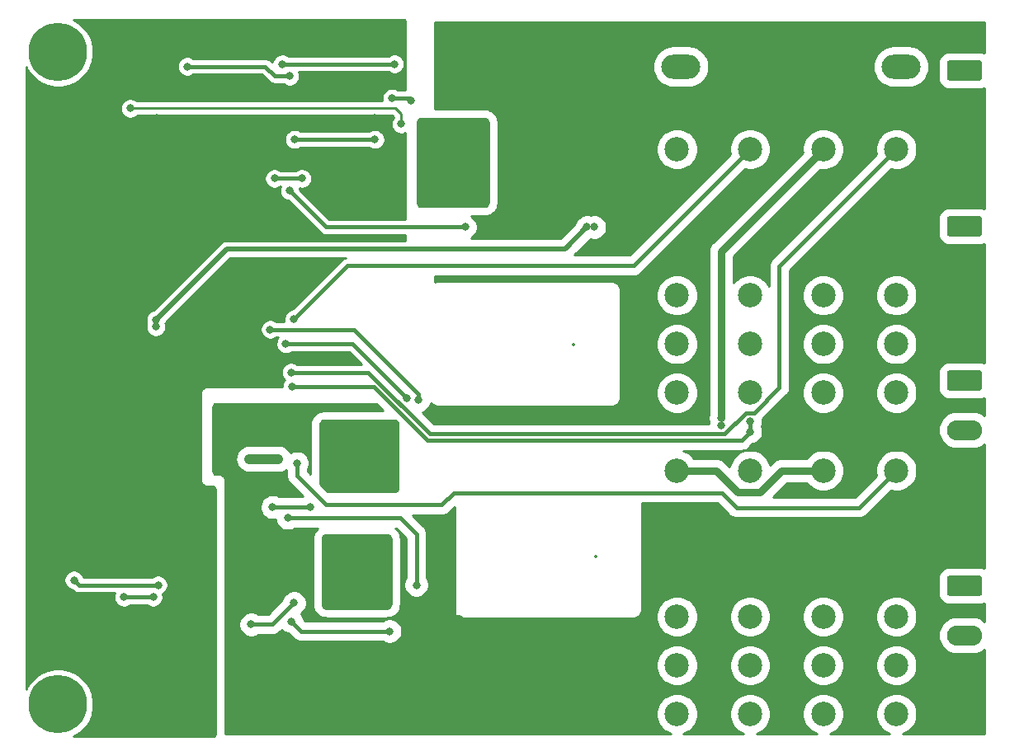
<source format=gbr>
%TF.GenerationSoftware,KiCad,Pcbnew,(5.1.10)-1*%
%TF.CreationDate,2022-06-02T12:59:49+08:00*%
%TF.ProjectId,motor_control,6d6f746f-725f-4636-9f6e-74726f6c2e6b,rev?*%
%TF.SameCoordinates,Original*%
%TF.FileFunction,Copper,L2,Bot*%
%TF.FilePolarity,Positive*%
%FSLAX46Y46*%
G04 Gerber Fmt 4.6, Leading zero omitted, Abs format (unit mm)*
G04 Created by KiCad (PCBNEW (5.1.10)-1) date 2022-06-02 12:59:49*
%MOMM*%
%LPD*%
G01*
G04 APERTURE LIST*
%TA.AperFunction,ComponentPad*%
%ADD10O,3.600000X2.080000*%
%TD*%
%TA.AperFunction,ComponentPad*%
%ADD11C,2.500000*%
%TD*%
%TA.AperFunction,ComponentPad*%
%ADD12C,0.800000*%
%TD*%
%TA.AperFunction,ComponentPad*%
%ADD13C,6.000000*%
%TD*%
%TA.AperFunction,ComponentPad*%
%ADD14O,4.000000X2.500000*%
%TD*%
%TA.AperFunction,ViaPad*%
%ADD15C,0.800000*%
%TD*%
%TA.AperFunction,Conductor*%
%ADD16C,0.381000*%
%TD*%
%TA.AperFunction,Conductor*%
%ADD17C,0.254000*%
%TD*%
%TA.AperFunction,Conductor*%
%ADD18C,0.762000*%
%TD*%
%TA.AperFunction,Conductor*%
%ADD19C,1.016000*%
%TD*%
%TA.AperFunction,Conductor*%
%ADD20C,0.508000*%
%TD*%
%TA.AperFunction,Conductor*%
%ADD21C,0.350000*%
%TD*%
%ADD22C,0.350000*%
G04 APERTURE END LIST*
D10*
%TO.P,J9,2*%
%TO.N,GNDPWR*%
X97000000Y48000000D03*
%TO.P,J9,1*%
%TO.N,/AUX1*%
%TA.AperFunction,ComponentPad*%
G36*
G01*
X95449997Y54120000D02*
X98550003Y54120000D01*
G75*
G02*
X98800000Y53870003I0J-249997D01*
G01*
X98800000Y52289997D01*
G75*
G02*
X98550003Y52040000I-249997J0D01*
G01*
X95449997Y52040000D01*
G75*
G02*
X95200000Y52289997I0J249997D01*
G01*
X95200000Y53870003D01*
G75*
G02*
X95449997Y54120000I249997J0D01*
G01*
G37*
%TD.AperFunction*%
%TD*%
D11*
%TO.P,K4,5*%
%TO.N,/MOT2CW*%
X90000000Y3000000D03*
%TO.P,K4,6*%
%TO.N,/AC_MOT2_SW*%
X90000000Y8000000D03*
%TO.P,K4,7*%
%TO.N,/MOT2CCW*%
X90000000Y13000000D03*
%TO.P,K4,4*%
%TO.N,/MOT2CW*%
X82500000Y3000000D03*
%TO.P,K4,3*%
%TO.N,/AC_MOT2_SW*%
X82500000Y8000000D03*
%TO.P,K4,2*%
%TO.N,/MOT2CCW*%
X82500000Y13000000D03*
%TO.P,K4,8*%
%TO.N,Net-(K4-Pad8)*%
X90000000Y28000000D03*
%TO.P,K4,1*%
%TO.N,+12V*%
X82500000Y28000000D03*
%TD*%
%TO.P,K3,5*%
%TO.N,/AC_MOT2_SW*%
X75000000Y3000000D03*
%TO.P,K3,6*%
%TO.N,/AC_MOT2*%
X75000000Y8000000D03*
%TO.P,K3,7*%
%TO.N,Net-(K3-Pad2)*%
X75000000Y13000000D03*
%TO.P,K3,4*%
%TO.N,/AC_MOT2_SW*%
X67500000Y3000000D03*
%TO.P,K3,3*%
%TO.N,/AC_MOT2*%
X67500000Y8000000D03*
%TO.P,K3,2*%
%TO.N,Net-(K3-Pad2)*%
X67500000Y13000000D03*
%TO.P,K3,8*%
%TO.N,Net-(K3-Pad8)*%
X75000000Y28000000D03*
%TO.P,K3,1*%
%TO.N,+12V*%
X67500000Y28000000D03*
%TD*%
%TO.P,K2,5*%
%TO.N,/MOT1CW*%
X90000000Y36000000D03*
%TO.P,K2,6*%
%TO.N,/AC_MOT1_SW*%
X90000000Y41000000D03*
%TO.P,K2,7*%
%TO.N,/MOT1CCW*%
X90000000Y46000000D03*
%TO.P,K2,4*%
%TO.N,/MOT1CW*%
X82500000Y36000000D03*
%TO.P,K2,3*%
%TO.N,/AC_MOT1_SW*%
X82500000Y41000000D03*
%TO.P,K2,2*%
%TO.N,/MOT1CCW*%
X82500000Y46000000D03*
%TO.P,K2,8*%
%TO.N,Net-(K2-Pad8)*%
X90000000Y61000000D03*
%TO.P,K2,1*%
%TO.N,+12V*%
X82500000Y61000000D03*
%TD*%
%TO.P,K1,5*%
%TO.N,/AC_MOT1_SW*%
X75000000Y36000000D03*
%TO.P,K1,6*%
%TO.N,/AC_MOT1*%
X75000000Y41000000D03*
%TO.P,K1,7*%
%TO.N,Net-(K1-Pad2)*%
X75000000Y46000000D03*
%TO.P,K1,4*%
%TO.N,/AC_MOT1_SW*%
X67500000Y36000000D03*
%TO.P,K1,3*%
%TO.N,/AC_MOT1*%
X67500000Y41000000D03*
%TO.P,K1,2*%
%TO.N,Net-(K1-Pad2)*%
X67500000Y46000000D03*
%TO.P,K1,8*%
%TO.N,Net-(K1-Pad8)*%
X75000000Y61000000D03*
%TO.P,K1,1*%
%TO.N,+12V*%
X67500000Y61000000D03*
%TD*%
D10*
%TO.P,J12,2*%
%TO.N,GNDPWR*%
X97000000Y64000000D03*
%TO.P,J12,1*%
%TO.N,VAC*%
%TA.AperFunction,ComponentPad*%
G36*
G01*
X95449997Y70120000D02*
X98550003Y70120000D01*
G75*
G02*
X98800000Y69870003I0J-249997D01*
G01*
X98800000Y68289997D01*
G75*
G02*
X98550003Y68040000I-249997J0D01*
G01*
X95449997Y68040000D01*
G75*
G02*
X95200000Y68289997I0J249997D01*
G01*
X95200000Y69870003D01*
G75*
G02*
X95449997Y70120000I249997J0D01*
G01*
G37*
%TD.AperFunction*%
%TD*%
%TO.P,J11,3*%
%TO.N,GNDPWR*%
X97000000Y6000000D03*
%TO.P,J11,2*%
%TO.N,/MOT2CW*%
X97000000Y11080000D03*
%TO.P,J11,1*%
%TO.N,/MOT2CCW*%
%TA.AperFunction,ComponentPad*%
G36*
G01*
X95449997Y17200000D02*
X98550003Y17200000D01*
G75*
G02*
X98800000Y16950003I0J-249997D01*
G01*
X98800000Y15369997D01*
G75*
G02*
X98550003Y15120000I-249997J0D01*
G01*
X95449997Y15120000D01*
G75*
G02*
X95200000Y15369997I0J249997D01*
G01*
X95200000Y16950003D01*
G75*
G02*
X95449997Y17200000I249997J0D01*
G01*
G37*
%TD.AperFunction*%
%TD*%
%TO.P,J8,3*%
%TO.N,GNDPWR*%
X97000000Y27090000D03*
%TO.P,J8,2*%
%TO.N,/MOT1CW*%
X97000000Y32170000D03*
%TO.P,J8,1*%
%TO.N,/MOT1CCW*%
%TA.AperFunction,ComponentPad*%
G36*
G01*
X95449997Y38290000D02*
X98550003Y38290000D01*
G75*
G02*
X98800000Y38040003I0J-249997D01*
G01*
X98800000Y36459997D01*
G75*
G02*
X98550003Y36210000I-249997J0D01*
G01*
X95449997Y36210000D01*
G75*
G02*
X95200000Y36459997I0J249997D01*
G01*
X95200000Y38040003D01*
G75*
G02*
X95449997Y38290000I249997J0D01*
G01*
G37*
%TD.AperFunction*%
%TD*%
D12*
%TO.P,J2,1*%
%TO.N,Net-(J2-Pad1)*%
X6056810Y5187500D03*
X6056810Y2812500D03*
X4000000Y1625000D03*
X1943190Y2812500D03*
X1943190Y5187500D03*
X4000000Y6375000D03*
D13*
X4000000Y4000000D03*
%TD*%
D12*
%TO.P,J1,1*%
%TO.N,Net-(J1-Pad1)*%
X6056810Y72187500D03*
X6056810Y69812500D03*
X4000000Y68625000D03*
X1943190Y69812500D03*
X1943190Y72187500D03*
X4000000Y73375000D03*
D13*
X4000000Y71000000D03*
%TD*%
D14*
%TO.P,F1,2*%
%TO.N,/AC_in*%
X67900000Y69500000D03*
%TO.P,F1,1*%
%TO.N,VAC*%
X90500000Y69500000D03*
%TD*%
D15*
%TO.N,GNDS*%
X35500000Y66500000D03*
X39250000Y60250002D03*
X6600000Y29400000D03*
X5000000Y40200000D03*
X14600000Y48800000D03*
X14700008Y19500008D03*
X12600000Y68600000D03*
X14100006Y64218990D03*
X36500000Y64218990D03*
X17870001Y9729999D03*
X17869995Y3730005D03*
X4000000Y53749996D03*
X4000004Y53000000D03*
X4000000Y9000000D03*
X4000000Y8250000D03*
%TO.N,+5V*%
X11400000Y65200000D03*
X39200000Y63600000D03*
%TO.N,/AC_in*%
X27000000Y69750000D03*
X38500000Y69750000D03*
X41500000Y62500000D03*
X42700000Y62500000D03*
X43900000Y62500000D03*
X45100000Y62500000D03*
X46300000Y62500000D03*
X47500000Y62500000D03*
X41500000Y61300000D03*
X42700000Y61300000D03*
X43900000Y61300000D03*
X45100000Y61300000D03*
X46300000Y61300000D03*
X47500000Y61300000D03*
X41500000Y60100000D03*
X42700000Y60100000D03*
X43900000Y60100000D03*
X45100000Y60100000D03*
X46300000Y60100000D03*
X47500000Y60100000D03*
X41500000Y58900000D03*
X42700000Y58900000D03*
X43900000Y58900000D03*
X45100000Y58900000D03*
X46300000Y58900000D03*
X47500000Y58900000D03*
X41500000Y57700000D03*
X42700000Y57700000D03*
X43900000Y57700000D03*
X45100000Y57700000D03*
X46300000Y57700000D03*
X47500000Y57700000D03*
X41500000Y56500000D03*
X42700000Y56500000D03*
X43900000Y56500000D03*
X45100000Y56500000D03*
X46300000Y56500000D03*
X47500000Y56500000D03*
%TO.N,+12V*%
X23600000Y29200000D03*
X28200000Y14400000D03*
X23800000Y12200000D03*
X14020000Y42770000D03*
X72000000Y33440990D03*
X26599989Y29200011D03*
X14020000Y43480000D03*
X59000000Y53000000D03*
X58250000Y53000000D03*
X72000000Y32600000D03*
%TO.N,GNDPWR*%
X20250000Y28500000D03*
X21000000Y28500000D03*
X21750000Y28500000D03*
X50250000Y64000000D03*
X50250000Y59000000D03*
X50250000Y56500000D03*
X51250000Y64000000D03*
X51250000Y61500000D03*
X51250000Y59000000D03*
X51250000Y56500000D03*
X51250000Y53750000D03*
X50250000Y61500000D03*
X50250000Y53750000D03*
%TO.N,/RELOUT4*%
X10750000Y15000000D03*
X13750000Y15000000D03*
%TO.N,/RELOUT3*%
X14250000Y16250000D03*
X5624984Y16750000D03*
%TO.N,/ISense1*%
X36500000Y62000000D03*
X27750000Y68500000D03*
X17250000Y69500000D03*
X28250000Y62000000D03*
%TO.N,Net-(Q1-Pad3)*%
X45750000Y53000000D03*
X27750000Y56750000D03*
X39800000Y35400000D03*
X27355490Y41000000D03*
%TO.N,Net-(Q2-Pad3)*%
X25750000Y42500000D03*
X41000000Y35250002D03*
X27555490Y23151490D03*
X40750002Y16250000D03*
%TO.N,/AC_Mot*%
X31750000Y20250000D03*
X26200000Y58000000D03*
X26000000Y24250000D03*
X29880004Y24250000D03*
X31750000Y32750000D03*
X32950000Y32750000D03*
X34150000Y32750000D03*
X35350000Y32750000D03*
X36550000Y32750000D03*
X37750000Y32750000D03*
X31750000Y31550000D03*
X32950000Y31550000D03*
X34150000Y31550000D03*
X35350000Y31550000D03*
X36550000Y31550000D03*
X37750000Y31550000D03*
X31750000Y30350000D03*
X32950000Y30350000D03*
X34150000Y30350000D03*
X35350000Y30350000D03*
X36550000Y30350000D03*
X37750000Y30350000D03*
X31750000Y29150000D03*
X32950000Y29150000D03*
X34150000Y29150000D03*
X35350000Y29150000D03*
X36550000Y29150000D03*
X37750000Y29150000D03*
X31750000Y27950000D03*
X32950000Y27950000D03*
X34150000Y27950000D03*
X35350000Y27950000D03*
X36550000Y27950000D03*
X37750000Y27950000D03*
X31750000Y26750000D03*
X32950000Y26750000D03*
X34150000Y26750000D03*
X35350000Y26750000D03*
X36550000Y26750000D03*
X37750000Y26750000D03*
X32950000Y20250000D03*
X34150000Y20250000D03*
X35350000Y20250000D03*
X36550000Y20250000D03*
X37750000Y20250000D03*
X31750000Y19050000D03*
X32950000Y19050000D03*
X34150000Y19050000D03*
X35350000Y19050000D03*
X36550000Y19050000D03*
X37750000Y19050000D03*
X31750000Y17850000D03*
X32950000Y17850000D03*
X34150000Y17850000D03*
X35350000Y17850000D03*
X36550000Y17850000D03*
X37750000Y17850000D03*
X31750000Y16650000D03*
X32950000Y16650000D03*
X34150000Y16650000D03*
X35350000Y16650000D03*
X36550000Y16650000D03*
X37750000Y16650000D03*
X31750000Y15450000D03*
X32950000Y15450000D03*
X34150000Y15450000D03*
X35350000Y15450000D03*
X36550000Y15450000D03*
X37750000Y15450000D03*
X31750000Y14250000D03*
X32950000Y14250000D03*
X34150000Y14250000D03*
X35350000Y14250000D03*
X36550000Y14250000D03*
X37750000Y14250000D03*
X29000000Y58000000D03*
%TO.N,Net-(Q3-Pad3)*%
X38000000Y11500000D03*
X27920047Y12500000D03*
%TO.N,Net-(R20-Pad2)*%
X38250000Y66250000D03*
X40200000Y66000000D03*
%TO.N,Net-(K1-Pad8)*%
X28200000Y43600000D03*
%TO.N,Net-(K2-Pad8)*%
X27902841Y38097159D03*
%TO.N,Net-(K3-Pad8)*%
X28000000Y36600000D03*
X75000000Y33094510D03*
X75000000Y32000000D03*
%TO.N,Net-(K4-Pad8)*%
X28500000Y28750000D03*
%TD*%
D16*
%TO.N,GNDS*%
X28054011Y64218990D02*
X28619696Y64218990D01*
X28619696Y64218990D02*
X36500000Y64218990D01*
D17*
%TO.N,+5V*%
X11400000Y65200000D02*
X38600000Y65200000D01*
X39200000Y64600000D02*
X39200000Y63600000D01*
X38600000Y65200000D02*
X39200000Y64600000D01*
D16*
%TO.N,/AUX1*%
X96580000Y53500000D02*
X97000000Y53080000D01*
%TO.N,/AC_in*%
X27000000Y69750000D02*
X38500000Y69750000D01*
%TO.N,+12V*%
X26000000Y12200000D02*
X23800000Y12200000D01*
X28200000Y14400000D02*
X26000000Y12200000D01*
D18*
X82500000Y61000000D02*
X72000000Y50500000D01*
X72000000Y50500000D02*
X72000000Y33440990D01*
D19*
X26599978Y29200000D02*
X26599989Y29200011D01*
X23600000Y29200000D02*
X26599978Y29200000D01*
D20*
X56000000Y50750000D02*
X58250000Y53000000D01*
X21290000Y50750000D02*
X56000000Y50750000D01*
X14020000Y43480000D02*
X21290000Y50750000D01*
D18*
X71500000Y28000000D02*
X67500000Y28000000D01*
X82500000Y28000000D02*
X78250000Y28000000D01*
X78250000Y28000000D02*
X76000000Y25750000D01*
X76000000Y25750000D02*
X73750000Y25750000D01*
X73750000Y25750000D02*
X71500000Y28000000D01*
D16*
%TO.N,GNDPWR*%
X20250000Y28500000D02*
X21000000Y28500000D01*
%TO.N,/RELOUT4*%
X10750000Y15000000D02*
X13750000Y15000000D01*
%TO.N,/RELOUT3*%
X14250000Y16250000D02*
X6124984Y16250000D01*
X6124984Y16250000D02*
X5624984Y16750000D01*
%TO.N,/ISense1*%
X26250000Y68500000D02*
X27750000Y68500000D01*
X25250000Y69500000D02*
X26250000Y68500000D01*
X17250000Y69500000D02*
X25250000Y69500000D01*
X28500000Y62000000D02*
X28250000Y62000000D01*
X36500000Y62000000D02*
X28500000Y62000000D01*
%TO.N,Net-(Q1-Pad3)*%
X31500000Y53000000D02*
X27750000Y56750000D01*
X45750000Y53000000D02*
X31500000Y53000000D01*
X39800000Y35400000D02*
X34200000Y41000000D01*
X34200000Y41000000D02*
X27355490Y41000000D01*
%TO.N,Net-(Q2-Pad3)*%
X34315687Y42500000D02*
X41000000Y35815687D01*
X25750000Y42500000D02*
X34315687Y42500000D01*
X41000000Y35815687D02*
X41000000Y35250002D01*
X27555490Y23151490D02*
X39098510Y23151490D01*
X39098510Y23151490D02*
X40750002Y21499998D01*
X40750002Y21499998D02*
X40750002Y16250000D01*
%TO.N,/AC_Mot*%
X26000000Y24250000D02*
X29880004Y24250000D01*
X26200000Y58000000D02*
X29000000Y58000000D01*
%TO.N,Net-(Q3-Pad3)*%
X38000000Y11500000D02*
X28920047Y11500000D01*
X28920047Y11500000D02*
X27920047Y12500000D01*
%TO.N,Net-(R20-Pad2)*%
X39950000Y66250000D02*
X40200000Y66000000D01*
X38250000Y66250000D02*
X39950000Y66250000D01*
%TO.N,Net-(K1-Pad8)*%
X33651491Y49051491D02*
X63051491Y49051491D01*
X63051491Y49051491D02*
X75000000Y61000000D01*
X28200000Y43600000D02*
X33651491Y49051491D01*
%TO.N,Net-(K2-Pad8)*%
X35800881Y38097159D02*
X27902841Y38097159D01*
X78000000Y49000000D02*
X78000000Y36533650D01*
X74588874Y33939012D02*
X72405361Y31755499D01*
X75405362Y33939012D02*
X74588874Y33939012D01*
X90000000Y61000000D02*
X78000000Y49000000D01*
X72405361Y31755499D02*
X42142541Y31755499D01*
X78000000Y36533650D02*
X75405362Y33939012D01*
X42142541Y31755499D02*
X35800881Y38097159D01*
%TO.N,Net-(K3-Pad8)*%
X75000000Y33094510D02*
X75000000Y32000000D01*
X36400000Y36600000D02*
X28000000Y36600000D01*
X41879512Y31120488D02*
X36400000Y36600000D01*
X75000000Y32000000D02*
X74120488Y31120488D01*
X74120488Y31120488D02*
X41879512Y31120488D01*
%TO.N,Net-(K4-Pad8)*%
X86200000Y24200000D02*
X90000000Y28000000D01*
X72080490Y25719510D02*
X73600000Y24200000D01*
X44590876Y25719510D02*
X72080490Y25719510D01*
X43371366Y24500000D02*
X44590876Y25719510D01*
X73600000Y24200000D02*
X86200000Y24200000D01*
X31500000Y24500000D02*
X43371366Y24500000D01*
X28500000Y27500000D02*
X31500000Y24500000D01*
X28500000Y28750000D02*
X28500000Y27500000D01*
%TD*%
D17*
%TO.N,GNDPWR*%
X99036000Y70900362D02*
X98987524Y70926273D01*
X98773049Y70991333D01*
X98550003Y71013301D01*
X95449997Y71013301D01*
X95226951Y70991333D01*
X95012476Y70926273D01*
X94814815Y70820621D01*
X94641563Y70678437D01*
X94499379Y70505185D01*
X94393727Y70307524D01*
X94328667Y70093049D01*
X94306699Y69870003D01*
X94306699Y68289997D01*
X94328667Y68066951D01*
X94393727Y67852476D01*
X94499379Y67654815D01*
X94641563Y67481563D01*
X94814815Y67339379D01*
X95012476Y67233727D01*
X95226951Y67168667D01*
X95449997Y67146699D01*
X98550003Y67146699D01*
X98773049Y67168667D01*
X98987524Y67233727D01*
X99036000Y67259638D01*
X99036000Y54900362D01*
X98987524Y54926273D01*
X98773049Y54991333D01*
X98550003Y55013301D01*
X95449997Y55013301D01*
X95226951Y54991333D01*
X95012476Y54926273D01*
X94814815Y54820621D01*
X94641563Y54678437D01*
X94499379Y54505185D01*
X94393727Y54307524D01*
X94328667Y54093049D01*
X94306699Y53870003D01*
X94306699Y52289997D01*
X94328667Y52066951D01*
X94393727Y51852476D01*
X94499379Y51654815D01*
X94641563Y51481563D01*
X94814815Y51339379D01*
X95012476Y51233727D01*
X95226951Y51168667D01*
X95449997Y51146699D01*
X98550003Y51146699D01*
X98773049Y51168667D01*
X98987524Y51233727D01*
X99036000Y51259638D01*
X99036000Y39070362D01*
X98987524Y39096273D01*
X98773049Y39161333D01*
X98550003Y39183301D01*
X95449997Y39183301D01*
X95226951Y39161333D01*
X95012476Y39096273D01*
X94814815Y38990621D01*
X94641563Y38848437D01*
X94499379Y38675185D01*
X94393727Y38477524D01*
X94328667Y38263049D01*
X94306699Y38040003D01*
X94306699Y36459997D01*
X94328667Y36236951D01*
X94393727Y36022476D01*
X94499379Y35824815D01*
X94641563Y35651563D01*
X94814815Y35509379D01*
X95012476Y35403727D01*
X95226951Y35338667D01*
X95449997Y35316699D01*
X98550003Y35316699D01*
X98773049Y35338667D01*
X98987524Y35403727D01*
X99036001Y35429638D01*
X99036001Y33618251D01*
X98836880Y33781665D01*
X98501768Y33960786D01*
X98138150Y34071088D01*
X97854758Y34099000D01*
X96145242Y34099000D01*
X95861850Y34071088D01*
X95498232Y33960786D01*
X95163120Y33781665D01*
X94869392Y33540608D01*
X94628335Y33246880D01*
X94449214Y32911768D01*
X94338912Y32548150D01*
X94301667Y32170000D01*
X94338912Y31791850D01*
X94449214Y31428232D01*
X94628335Y31093120D01*
X94869392Y30799392D01*
X95163120Y30558335D01*
X95498232Y30379214D01*
X95861850Y30268912D01*
X96145242Y30241000D01*
X97854758Y30241000D01*
X98138150Y30268912D01*
X98501768Y30379214D01*
X98836880Y30558335D01*
X99036001Y30721749D01*
X99036001Y17980362D01*
X98987524Y18006273D01*
X98773049Y18071333D01*
X98550003Y18093301D01*
X95449997Y18093301D01*
X95226951Y18071333D01*
X95012476Y18006273D01*
X94814815Y17900621D01*
X94641563Y17758437D01*
X94499379Y17585185D01*
X94393727Y17387524D01*
X94328667Y17173049D01*
X94306699Y16950003D01*
X94306699Y15369997D01*
X94328667Y15146951D01*
X94393727Y14932476D01*
X94499379Y14734815D01*
X94641563Y14561563D01*
X94814815Y14419379D01*
X95012476Y14313727D01*
X95226951Y14248667D01*
X95449997Y14226699D01*
X98550003Y14226699D01*
X98773049Y14248667D01*
X98987524Y14313727D01*
X99036001Y14339638D01*
X99036001Y12528250D01*
X98836880Y12691665D01*
X98501768Y12870786D01*
X98138150Y12981088D01*
X97854758Y13009000D01*
X96145242Y13009000D01*
X95861850Y12981088D01*
X95498232Y12870786D01*
X95163120Y12691665D01*
X94869392Y12450608D01*
X94628335Y12156880D01*
X94449214Y11821768D01*
X94338912Y11458150D01*
X94301667Y11080000D01*
X94338912Y10701850D01*
X94449214Y10338232D01*
X94628335Y10003120D01*
X94869392Y9709392D01*
X95163120Y9468335D01*
X95498232Y9289214D01*
X95861850Y9178912D01*
X96145242Y9151000D01*
X97854758Y9151000D01*
X98138150Y9178912D01*
X98501768Y9289214D01*
X98836880Y9468335D01*
X99036001Y9631750D01*
X99036001Y964000D01*
X90674139Y964000D01*
X91013197Y1104443D01*
X91363533Y1338530D01*
X91661470Y1636467D01*
X91895557Y1986803D01*
X92056800Y2376077D01*
X92139000Y2789327D01*
X92139000Y3210673D01*
X92056800Y3623923D01*
X91895557Y4013197D01*
X91661470Y4363533D01*
X91363533Y4661470D01*
X91013197Y4895557D01*
X90623923Y5056800D01*
X90210673Y5139000D01*
X89789327Y5139000D01*
X89376077Y5056800D01*
X88986803Y4895557D01*
X88636467Y4661470D01*
X88338530Y4363533D01*
X88104443Y4013197D01*
X87943200Y3623923D01*
X87861000Y3210673D01*
X87861000Y2789327D01*
X87943200Y2376077D01*
X88104443Y1986803D01*
X88338530Y1636467D01*
X88636467Y1338530D01*
X88986803Y1104443D01*
X89325861Y964000D01*
X83174139Y964000D01*
X83513197Y1104443D01*
X83863533Y1338530D01*
X84161470Y1636467D01*
X84395557Y1986803D01*
X84556800Y2376077D01*
X84639000Y2789327D01*
X84639000Y3210673D01*
X84556800Y3623923D01*
X84395557Y4013197D01*
X84161470Y4363533D01*
X83863533Y4661470D01*
X83513197Y4895557D01*
X83123923Y5056800D01*
X82710673Y5139000D01*
X82289327Y5139000D01*
X81876077Y5056800D01*
X81486803Y4895557D01*
X81136467Y4661470D01*
X80838530Y4363533D01*
X80604443Y4013197D01*
X80443200Y3623923D01*
X80361000Y3210673D01*
X80361000Y2789327D01*
X80443200Y2376077D01*
X80604443Y1986803D01*
X80838530Y1636467D01*
X81136467Y1338530D01*
X81486803Y1104443D01*
X81825861Y964000D01*
X75674139Y964000D01*
X76013197Y1104443D01*
X76363533Y1338530D01*
X76661470Y1636467D01*
X76895557Y1986803D01*
X77056800Y2376077D01*
X77139000Y2789327D01*
X77139000Y3210673D01*
X77056800Y3623923D01*
X76895557Y4013197D01*
X76661470Y4363533D01*
X76363533Y4661470D01*
X76013197Y4895557D01*
X75623923Y5056800D01*
X75210673Y5139000D01*
X74789327Y5139000D01*
X74376077Y5056800D01*
X73986803Y4895557D01*
X73636467Y4661470D01*
X73338530Y4363533D01*
X73104443Y4013197D01*
X72943200Y3623923D01*
X72861000Y3210673D01*
X72861000Y2789327D01*
X72943200Y2376077D01*
X73104443Y1986803D01*
X73338530Y1636467D01*
X73636467Y1338530D01*
X73986803Y1104443D01*
X74325861Y964000D01*
X68174139Y964000D01*
X68513197Y1104443D01*
X68863533Y1338530D01*
X69161470Y1636467D01*
X69395557Y1986803D01*
X69556800Y2376077D01*
X69639000Y2789327D01*
X69639000Y3210673D01*
X69556800Y3623923D01*
X69395557Y4013197D01*
X69161470Y4363533D01*
X68863533Y4661470D01*
X68513197Y4895557D01*
X68123923Y5056800D01*
X67710673Y5139000D01*
X67289327Y5139000D01*
X66876077Y5056800D01*
X66486803Y4895557D01*
X66136467Y4661470D01*
X65838530Y4363533D01*
X65604443Y4013197D01*
X65443200Y3623923D01*
X65361000Y3210673D01*
X65361000Y2789327D01*
X65443200Y2376077D01*
X65604443Y1986803D01*
X65838530Y1636467D01*
X66136467Y1338530D01*
X66486803Y1104443D01*
X66825861Y964000D01*
X21132836Y964000D01*
X21127000Y1008328D01*
X21127000Y8210673D01*
X65361000Y8210673D01*
X65361000Y7789327D01*
X65443200Y7376077D01*
X65604443Y6986803D01*
X65838530Y6636467D01*
X66136467Y6338530D01*
X66486803Y6104443D01*
X66876077Y5943200D01*
X67289327Y5861000D01*
X67710673Y5861000D01*
X68123923Y5943200D01*
X68513197Y6104443D01*
X68863533Y6338530D01*
X69161470Y6636467D01*
X69395557Y6986803D01*
X69556800Y7376077D01*
X69639000Y7789327D01*
X69639000Y8210673D01*
X72861000Y8210673D01*
X72861000Y7789327D01*
X72943200Y7376077D01*
X73104443Y6986803D01*
X73338530Y6636467D01*
X73636467Y6338530D01*
X73986803Y6104443D01*
X74376077Y5943200D01*
X74789327Y5861000D01*
X75210673Y5861000D01*
X75623923Y5943200D01*
X76013197Y6104443D01*
X76363533Y6338530D01*
X76661470Y6636467D01*
X76895557Y6986803D01*
X77056800Y7376077D01*
X77139000Y7789327D01*
X77139000Y8210673D01*
X80361000Y8210673D01*
X80361000Y7789327D01*
X80443200Y7376077D01*
X80604443Y6986803D01*
X80838530Y6636467D01*
X81136467Y6338530D01*
X81486803Y6104443D01*
X81876077Y5943200D01*
X82289327Y5861000D01*
X82710673Y5861000D01*
X83123923Y5943200D01*
X83513197Y6104443D01*
X83863533Y6338530D01*
X84161470Y6636467D01*
X84395557Y6986803D01*
X84556800Y7376077D01*
X84639000Y7789327D01*
X84639000Y8210673D01*
X87861000Y8210673D01*
X87861000Y7789327D01*
X87943200Y7376077D01*
X88104443Y6986803D01*
X88338530Y6636467D01*
X88636467Y6338530D01*
X88986803Y6104443D01*
X89376077Y5943200D01*
X89789327Y5861000D01*
X90210673Y5861000D01*
X90623923Y5943200D01*
X91013197Y6104443D01*
X91363533Y6338530D01*
X91661470Y6636467D01*
X91895557Y6986803D01*
X92056800Y7376077D01*
X92139000Y7789327D01*
X92139000Y8210673D01*
X92056800Y8623923D01*
X91895557Y9013197D01*
X91661470Y9363533D01*
X91363533Y9661470D01*
X91013197Y9895557D01*
X90623923Y10056800D01*
X90210673Y10139000D01*
X89789327Y10139000D01*
X89376077Y10056800D01*
X88986803Y9895557D01*
X88636467Y9661470D01*
X88338530Y9363533D01*
X88104443Y9013197D01*
X87943200Y8623923D01*
X87861000Y8210673D01*
X84639000Y8210673D01*
X84556800Y8623923D01*
X84395557Y9013197D01*
X84161470Y9363533D01*
X83863533Y9661470D01*
X83513197Y9895557D01*
X83123923Y10056800D01*
X82710673Y10139000D01*
X82289327Y10139000D01*
X81876077Y10056800D01*
X81486803Y9895557D01*
X81136467Y9661470D01*
X80838530Y9363533D01*
X80604443Y9013197D01*
X80443200Y8623923D01*
X80361000Y8210673D01*
X77139000Y8210673D01*
X77056800Y8623923D01*
X76895557Y9013197D01*
X76661470Y9363533D01*
X76363533Y9661470D01*
X76013197Y9895557D01*
X75623923Y10056800D01*
X75210673Y10139000D01*
X74789327Y10139000D01*
X74376077Y10056800D01*
X73986803Y9895557D01*
X73636467Y9661470D01*
X73338530Y9363533D01*
X73104443Y9013197D01*
X72943200Y8623923D01*
X72861000Y8210673D01*
X69639000Y8210673D01*
X69556800Y8623923D01*
X69395557Y9013197D01*
X69161470Y9363533D01*
X68863533Y9661470D01*
X68513197Y9895557D01*
X68123923Y10056800D01*
X67710673Y10139000D01*
X67289327Y10139000D01*
X66876077Y10056800D01*
X66486803Y9895557D01*
X66136467Y9661470D01*
X65838530Y9363533D01*
X65604443Y9013197D01*
X65443200Y8623923D01*
X65361000Y8210673D01*
X21127000Y8210673D01*
X21127000Y12326955D01*
X22511000Y12326955D01*
X22511000Y12073045D01*
X22560535Y11824013D01*
X22657703Y11589430D01*
X22798768Y11378310D01*
X22978310Y11198768D01*
X23189430Y11057703D01*
X23424013Y10960535D01*
X23673045Y10911000D01*
X23926955Y10911000D01*
X24175987Y10960535D01*
X24410570Y11057703D01*
X24504553Y11120500D01*
X25946971Y11120500D01*
X26000000Y11115277D01*
X26053029Y11120500D01*
X26211619Y11136120D01*
X26415106Y11197847D01*
X26602640Y11298086D01*
X26767015Y11432985D01*
X26800826Y11474184D01*
X26961884Y11635241D01*
X27098357Y11498768D01*
X27309477Y11357703D01*
X27544060Y11260535D01*
X27654920Y11238484D01*
X28119229Y10774174D01*
X28153032Y10732985D01*
X28194221Y10699182D01*
X28194222Y10699181D01*
X28317407Y10598086D01*
X28504941Y10497847D01*
X28708428Y10436120D01*
X28920047Y10415277D01*
X28973076Y10420500D01*
X37295447Y10420500D01*
X37389430Y10357703D01*
X37624013Y10260535D01*
X37873045Y10211000D01*
X38126955Y10211000D01*
X38375987Y10260535D01*
X38610570Y10357703D01*
X38821690Y10498768D01*
X39001232Y10678310D01*
X39142297Y10889430D01*
X39239465Y11124013D01*
X39289000Y11373045D01*
X39289000Y11626955D01*
X39239465Y11875987D01*
X39142297Y12110570D01*
X39001232Y12321690D01*
X38821690Y12501232D01*
X38610570Y12642297D01*
X38375987Y12739465D01*
X38126955Y12789000D01*
X37873045Y12789000D01*
X37624013Y12739465D01*
X37389430Y12642297D01*
X37295447Y12579500D01*
X29367190Y12579500D01*
X29181563Y12765127D01*
X29159512Y12875987D01*
X29062344Y13110570D01*
X28921279Y13321690D01*
X28915293Y13327676D01*
X29021690Y13398768D01*
X29201232Y13578310D01*
X29342297Y13789430D01*
X29439465Y14024013D01*
X29489000Y14273045D01*
X29489000Y14526955D01*
X29439465Y14775987D01*
X29342297Y15010570D01*
X29201232Y15221690D01*
X29021690Y15401232D01*
X28810570Y15542297D01*
X28575987Y15639465D01*
X28326955Y15689000D01*
X28073045Y15689000D01*
X27824013Y15639465D01*
X27589430Y15542297D01*
X27378310Y15401232D01*
X27198768Y15221690D01*
X27057703Y15010570D01*
X26960535Y14775987D01*
X26938484Y14665127D01*
X25552858Y13279500D01*
X24504553Y13279500D01*
X24410570Y13342297D01*
X24175987Y13439465D01*
X23926955Y13489000D01*
X23673045Y13489000D01*
X23424013Y13439465D01*
X23189430Y13342297D01*
X22978310Y13201232D01*
X22798768Y13021690D01*
X22657703Y12810570D01*
X22560535Y12575987D01*
X22511000Y12326955D01*
X21127000Y12326955D01*
X21127000Y27000000D01*
X21125914Y27016577D01*
X21108877Y27145987D01*
X21100296Y27178011D01*
X21050346Y27298601D01*
X21033768Y27327313D01*
X20954308Y27430866D01*
X20930866Y27454308D01*
X20827313Y27533768D01*
X20798601Y27550346D01*
X20678011Y27600296D01*
X20645987Y27608877D01*
X20516577Y27625914D01*
X20500000Y27627000D01*
X20258328Y27627000D01*
X20153743Y27640769D01*
X20064045Y27677923D01*
X19987024Y27737024D01*
X19927923Y27814045D01*
X19890769Y27903743D01*
X19877000Y28008328D01*
X19877000Y34491672D01*
X19890769Y34596257D01*
X19927923Y34685955D01*
X19987024Y34762976D01*
X20064045Y34822077D01*
X20153743Y34859231D01*
X20258328Y34873000D01*
X36600358Y34873000D01*
X37334358Y34139000D01*
X31250000Y34139000D01*
X31133963Y34131395D01*
X31004553Y34114358D01*
X30780385Y34054292D01*
X30659795Y34004342D01*
X30458807Y33888301D01*
X30355254Y33808841D01*
X30191159Y33644746D01*
X30111699Y33541193D01*
X29995658Y33340205D01*
X29945708Y33219615D01*
X29885642Y32995447D01*
X29868605Y32866037D01*
X29861000Y32750000D01*
X29861000Y27665642D01*
X29579500Y27947142D01*
X29579500Y28045447D01*
X29642297Y28139430D01*
X29739465Y28374013D01*
X29789000Y28623045D01*
X29789000Y28876955D01*
X29739465Y29125987D01*
X29642297Y29360570D01*
X29501232Y29571690D01*
X29321690Y29751232D01*
X29110570Y29892297D01*
X28875987Y29989465D01*
X28626955Y30039000D01*
X28373045Y30039000D01*
X28124013Y29989465D01*
X27889430Y29892297D01*
X27833847Y29855158D01*
X27767172Y29979897D01*
X27592596Y30192618D01*
X27379875Y30367194D01*
X27137184Y30496915D01*
X26873848Y30576797D01*
X26599989Y30603771D01*
X26531245Y30597000D01*
X23531375Y30597000D01*
X23326140Y30576786D01*
X23062805Y30496904D01*
X22820113Y30367183D01*
X22607392Y30192608D01*
X22432817Y29979887D01*
X22303096Y29737195D01*
X22223214Y29473860D01*
X22196241Y29200000D01*
X22223214Y28926140D01*
X22303096Y28662805D01*
X22432817Y28420113D01*
X22607392Y28207392D01*
X22820113Y28032817D01*
X23062805Y27903096D01*
X23326140Y27823214D01*
X23531375Y27803000D01*
X26531353Y27803000D01*
X26599978Y27796241D01*
X26668603Y27803000D01*
X26873838Y27823214D01*
X27137173Y27903096D01*
X27379865Y28032817D01*
X27411559Y28058828D01*
X27420500Y28045447D01*
X27420500Y27553029D01*
X27415277Y27500000D01*
X27420500Y27446971D01*
X27436120Y27288381D01*
X27462999Y27199775D01*
X27493985Y27097630D01*
X27497848Y27084894D01*
X27598087Y26897360D01*
X27732986Y26732985D01*
X27774180Y26699178D01*
X29143857Y25329500D01*
X26704553Y25329500D01*
X26610570Y25392297D01*
X26375987Y25489465D01*
X26126955Y25539000D01*
X25873045Y25539000D01*
X25624013Y25489465D01*
X25389430Y25392297D01*
X25178310Y25251232D01*
X24998768Y25071690D01*
X24857703Y24860570D01*
X24760535Y24625987D01*
X24711000Y24376955D01*
X24711000Y24123045D01*
X24760535Y23874013D01*
X24857703Y23639430D01*
X24998768Y23428310D01*
X25178310Y23248768D01*
X25389430Y23107703D01*
X25624013Y23010535D01*
X25873045Y22961000D01*
X26126955Y22961000D01*
X26273336Y22990117D01*
X26316025Y22775503D01*
X26413193Y22540920D01*
X26554258Y22329800D01*
X26733800Y22150258D01*
X26944920Y22009193D01*
X27179503Y21912025D01*
X27428535Y21862490D01*
X27682445Y21862490D01*
X27931477Y21912025D01*
X28166060Y22009193D01*
X28260043Y22071990D01*
X30622390Y22071990D01*
X30605254Y22058841D01*
X30441159Y21894746D01*
X30361699Y21791193D01*
X30245658Y21590205D01*
X30195708Y21469615D01*
X30135642Y21245447D01*
X30118605Y21116037D01*
X30111000Y21000000D01*
X30111000Y14250000D01*
X30118605Y14133963D01*
X30135642Y14004553D01*
X30195708Y13780385D01*
X30245658Y13659795D01*
X30361699Y13458807D01*
X30441159Y13355254D01*
X30605254Y13191159D01*
X30708807Y13111699D01*
X30909795Y12995658D01*
X31030385Y12945708D01*
X31254553Y12885642D01*
X31383963Y12868605D01*
X31500000Y12861000D01*
X37750000Y12861000D01*
X37866037Y12868605D01*
X37995447Y12885642D01*
X38219615Y12945708D01*
X38340205Y12995658D01*
X38541193Y13111699D01*
X38644746Y13191159D01*
X38808841Y13355254D01*
X38888301Y13458807D01*
X39004342Y13659795D01*
X39054292Y13780385D01*
X39114358Y14004553D01*
X39131395Y14133963D01*
X39139000Y14250000D01*
X39139000Y21000000D01*
X39131395Y21116037D01*
X39114358Y21245447D01*
X39054292Y21469615D01*
X39004342Y21590205D01*
X38888301Y21791193D01*
X38808841Y21894746D01*
X38644746Y22058841D01*
X38627610Y22071990D01*
X38651368Y22071990D01*
X39670502Y21052855D01*
X39670503Y16954554D01*
X39607705Y16860570D01*
X39510537Y16625987D01*
X39461002Y16376955D01*
X39461002Y16123045D01*
X39510537Y15874013D01*
X39607705Y15639430D01*
X39748770Y15428310D01*
X39928312Y15248768D01*
X40139432Y15107703D01*
X40374015Y15010535D01*
X40623047Y14961000D01*
X40876957Y14961000D01*
X41125989Y15010535D01*
X41360572Y15107703D01*
X41571692Y15248768D01*
X41751234Y15428310D01*
X41892299Y15639430D01*
X41989467Y15874013D01*
X42039002Y16123045D01*
X42039002Y16376955D01*
X41989467Y16625987D01*
X41892299Y16860570D01*
X41829502Y16954553D01*
X41829502Y21446977D01*
X41834724Y21499999D01*
X41829502Y21553020D01*
X41829502Y21553027D01*
X41813882Y21711617D01*
X41752155Y21915104D01*
X41651916Y22102638D01*
X41517017Y22267013D01*
X41475823Y22300820D01*
X40356142Y23420500D01*
X43318337Y23420500D01*
X43371366Y23415277D01*
X43424395Y23420500D01*
X43582985Y23436120D01*
X43786472Y23497847D01*
X43974006Y23598086D01*
X44138381Y23732985D01*
X44172192Y23774184D01*
X44673000Y24274991D01*
X44673000Y13225000D01*
X44675507Y13199891D01*
X44682798Y13176086D01*
X44694592Y13154160D01*
X44710438Y13134958D01*
X44729725Y13119215D01*
X44751713Y13107538D01*
X44775557Y13100374D01*
X44800340Y13098000D01*
X45102734Y13098809D01*
X45239752Y12986360D01*
X45398535Y12901489D01*
X45570825Y12849225D01*
X45705102Y12836000D01*
X45750000Y12831578D01*
X45794898Y12836000D01*
X62955102Y12836000D01*
X63000000Y12831578D01*
X63044898Y12836000D01*
X63179175Y12849225D01*
X63351465Y12901489D01*
X63510248Y12986360D01*
X63649422Y13100578D01*
X63739775Y13210673D01*
X65361000Y13210673D01*
X65361000Y12789327D01*
X65443200Y12376077D01*
X65604443Y11986803D01*
X65838530Y11636467D01*
X66136467Y11338530D01*
X66486803Y11104443D01*
X66876077Y10943200D01*
X67289327Y10861000D01*
X67710673Y10861000D01*
X68123923Y10943200D01*
X68513197Y11104443D01*
X68863533Y11338530D01*
X69161470Y11636467D01*
X69395557Y11986803D01*
X69556800Y12376077D01*
X69639000Y12789327D01*
X69639000Y13210673D01*
X72861000Y13210673D01*
X72861000Y12789327D01*
X72943200Y12376077D01*
X73104443Y11986803D01*
X73338530Y11636467D01*
X73636467Y11338530D01*
X73986803Y11104443D01*
X74376077Y10943200D01*
X74789327Y10861000D01*
X75210673Y10861000D01*
X75623923Y10943200D01*
X76013197Y11104443D01*
X76363533Y11338530D01*
X76661470Y11636467D01*
X76895557Y11986803D01*
X77056800Y12376077D01*
X77139000Y12789327D01*
X77139000Y13210673D01*
X80361000Y13210673D01*
X80361000Y12789327D01*
X80443200Y12376077D01*
X80604443Y11986803D01*
X80838530Y11636467D01*
X81136467Y11338530D01*
X81486803Y11104443D01*
X81876077Y10943200D01*
X82289327Y10861000D01*
X82710673Y10861000D01*
X83123923Y10943200D01*
X83513197Y11104443D01*
X83863533Y11338530D01*
X84161470Y11636467D01*
X84395557Y11986803D01*
X84556800Y12376077D01*
X84639000Y12789327D01*
X84639000Y13210673D01*
X87861000Y13210673D01*
X87861000Y12789327D01*
X87943200Y12376077D01*
X88104443Y11986803D01*
X88338530Y11636467D01*
X88636467Y11338530D01*
X88986803Y11104443D01*
X89376077Y10943200D01*
X89789327Y10861000D01*
X90210673Y10861000D01*
X90623923Y10943200D01*
X91013197Y11104443D01*
X91363533Y11338530D01*
X91661470Y11636467D01*
X91895557Y11986803D01*
X92056800Y12376077D01*
X92139000Y12789327D01*
X92139000Y13210673D01*
X92056800Y13623923D01*
X91895557Y14013197D01*
X91661470Y14363533D01*
X91363533Y14661470D01*
X91013197Y14895557D01*
X90623923Y15056800D01*
X90210673Y15139000D01*
X89789327Y15139000D01*
X89376077Y15056800D01*
X88986803Y14895557D01*
X88636467Y14661470D01*
X88338530Y14363533D01*
X88104443Y14013197D01*
X87943200Y13623923D01*
X87861000Y13210673D01*
X84639000Y13210673D01*
X84556800Y13623923D01*
X84395557Y14013197D01*
X84161470Y14363533D01*
X83863533Y14661470D01*
X83513197Y14895557D01*
X83123923Y15056800D01*
X82710673Y15139000D01*
X82289327Y15139000D01*
X81876077Y15056800D01*
X81486803Y14895557D01*
X81136467Y14661470D01*
X80838530Y14363533D01*
X80604443Y14013197D01*
X80443200Y13623923D01*
X80361000Y13210673D01*
X77139000Y13210673D01*
X77056800Y13623923D01*
X76895557Y14013197D01*
X76661470Y14363533D01*
X76363533Y14661470D01*
X76013197Y14895557D01*
X75623923Y15056800D01*
X75210673Y15139000D01*
X74789327Y15139000D01*
X74376077Y15056800D01*
X73986803Y14895557D01*
X73636467Y14661470D01*
X73338530Y14363533D01*
X73104443Y14013197D01*
X72943200Y13623923D01*
X72861000Y13210673D01*
X69639000Y13210673D01*
X69556800Y13623923D01*
X69395557Y14013197D01*
X69161470Y14363533D01*
X68863533Y14661470D01*
X68513197Y14895557D01*
X68123923Y15056800D01*
X67710673Y15139000D01*
X67289327Y15139000D01*
X66876077Y15056800D01*
X66486803Y14895557D01*
X66136467Y14661470D01*
X65838530Y14363533D01*
X65604443Y14013197D01*
X65443200Y13623923D01*
X65361000Y13210673D01*
X63739775Y13210673D01*
X63763640Y13239752D01*
X63848511Y13398535D01*
X63900775Y13570825D01*
X63918422Y13750000D01*
X63914000Y13794898D01*
X63914000Y24640010D01*
X71633348Y24640010D01*
X72799182Y23474174D01*
X72832985Y23432985D01*
X72997360Y23298086D01*
X73184894Y23197847D01*
X73337713Y23151490D01*
X73388381Y23136120D01*
X73600000Y23115277D01*
X73653029Y23120500D01*
X86146971Y23120500D01*
X86200000Y23115277D01*
X86253029Y23120500D01*
X86411619Y23136120D01*
X86615106Y23197847D01*
X86802640Y23298086D01*
X86967015Y23432985D01*
X87000827Y23474184D01*
X89454287Y25927643D01*
X89789327Y25861000D01*
X90210673Y25861000D01*
X90623923Y25943200D01*
X91013197Y26104443D01*
X91363533Y26338530D01*
X91661470Y26636467D01*
X91895557Y26986803D01*
X92056800Y27376077D01*
X92139000Y27789327D01*
X92139000Y28210673D01*
X92056800Y28623923D01*
X91895557Y29013197D01*
X91661470Y29363533D01*
X91363533Y29661470D01*
X91013197Y29895557D01*
X90623923Y30056800D01*
X90210673Y30139000D01*
X89789327Y30139000D01*
X89376077Y30056800D01*
X88986803Y29895557D01*
X88636467Y29661470D01*
X88338530Y29363533D01*
X88104443Y29013197D01*
X87943200Y28623923D01*
X87861000Y28210673D01*
X87861000Y27789327D01*
X87927643Y27454287D01*
X85752858Y25279500D01*
X77325550Y25279500D01*
X78776051Y26730000D01*
X80776033Y26730000D01*
X80838530Y26636467D01*
X81136467Y26338530D01*
X81486803Y26104443D01*
X81876077Y25943200D01*
X82289327Y25861000D01*
X82710673Y25861000D01*
X83123923Y25943200D01*
X83513197Y26104443D01*
X83863533Y26338530D01*
X84161470Y26636467D01*
X84395557Y26986803D01*
X84556800Y27376077D01*
X84639000Y27789327D01*
X84639000Y28210673D01*
X84556800Y28623923D01*
X84395557Y29013197D01*
X84161470Y29363533D01*
X83863533Y29661470D01*
X83513197Y29895557D01*
X83123923Y30056800D01*
X82710673Y30139000D01*
X82289327Y30139000D01*
X81876077Y30056800D01*
X81486803Y29895557D01*
X81136467Y29661470D01*
X80838530Y29363533D01*
X80776033Y29270000D01*
X78312380Y29270000D01*
X78250000Y29276144D01*
X78187620Y29270000D01*
X78001037Y29251623D01*
X77761641Y29179003D01*
X77541012Y29061075D01*
X77347630Y28902370D01*
X77307863Y28853914D01*
X77060296Y28606347D01*
X77056800Y28623923D01*
X76895557Y29013197D01*
X76661470Y29363533D01*
X76363533Y29661470D01*
X76013197Y29895557D01*
X75623923Y30056800D01*
X75210673Y30139000D01*
X74789327Y30139000D01*
X74376077Y30056800D01*
X73986803Y29895557D01*
X73636467Y29661470D01*
X73338530Y29363533D01*
X73104443Y29013197D01*
X72943200Y28623923D01*
X72898226Y28397824D01*
X72442141Y28853909D01*
X72402370Y28902370D01*
X72208988Y29061075D01*
X71988359Y29179003D01*
X71748963Y29251623D01*
X71562380Y29270000D01*
X71562373Y29270000D01*
X71500000Y29276143D01*
X71437627Y29270000D01*
X69223967Y29270000D01*
X69161470Y29363533D01*
X68863533Y29661470D01*
X68513197Y29895557D01*
X68162096Y30040988D01*
X74067459Y30040988D01*
X74120488Y30035765D01*
X74173517Y30040988D01*
X74332107Y30056608D01*
X74535594Y30118335D01*
X74723128Y30218574D01*
X74887503Y30353473D01*
X74921314Y30394672D01*
X75265127Y30738484D01*
X75375987Y30760535D01*
X75610570Y30857703D01*
X75821690Y30998768D01*
X76001232Y31178310D01*
X76142297Y31389430D01*
X76239465Y31624013D01*
X76289000Y31873045D01*
X76289000Y32126955D01*
X76239465Y32375987D01*
X76168523Y32547255D01*
X76239465Y32718523D01*
X76289000Y32967555D01*
X76289000Y33221465D01*
X76276633Y33283641D01*
X78725821Y35732828D01*
X78767015Y35766635D01*
X78901914Y35931010D01*
X79002153Y36118544D01*
X79030099Y36210673D01*
X80361000Y36210673D01*
X80361000Y35789327D01*
X80443200Y35376077D01*
X80604443Y34986803D01*
X80838530Y34636467D01*
X81136467Y34338530D01*
X81486803Y34104443D01*
X81876077Y33943200D01*
X82289327Y33861000D01*
X82710673Y33861000D01*
X83123923Y33943200D01*
X83513197Y34104443D01*
X83863533Y34338530D01*
X84161470Y34636467D01*
X84395557Y34986803D01*
X84556800Y35376077D01*
X84639000Y35789327D01*
X84639000Y36210673D01*
X87861000Y36210673D01*
X87861000Y35789327D01*
X87943200Y35376077D01*
X88104443Y34986803D01*
X88338530Y34636467D01*
X88636467Y34338530D01*
X88986803Y34104443D01*
X89376077Y33943200D01*
X89789327Y33861000D01*
X90210673Y33861000D01*
X90623923Y33943200D01*
X91013197Y34104443D01*
X91363533Y34338530D01*
X91661470Y34636467D01*
X91895557Y34986803D01*
X92056800Y35376077D01*
X92139000Y35789327D01*
X92139000Y36210673D01*
X92056800Y36623923D01*
X91895557Y37013197D01*
X91661470Y37363533D01*
X91363533Y37661470D01*
X91013197Y37895557D01*
X90623923Y38056800D01*
X90210673Y38139000D01*
X89789327Y38139000D01*
X89376077Y38056800D01*
X88986803Y37895557D01*
X88636467Y37661470D01*
X88338530Y37363533D01*
X88104443Y37013197D01*
X87943200Y36623923D01*
X87861000Y36210673D01*
X84639000Y36210673D01*
X84556800Y36623923D01*
X84395557Y37013197D01*
X84161470Y37363533D01*
X83863533Y37661470D01*
X83513197Y37895557D01*
X83123923Y38056800D01*
X82710673Y38139000D01*
X82289327Y38139000D01*
X81876077Y38056800D01*
X81486803Y37895557D01*
X81136467Y37661470D01*
X80838530Y37363533D01*
X80604443Y37013197D01*
X80443200Y36623923D01*
X80361000Y36210673D01*
X79030099Y36210673D01*
X79063880Y36322031D01*
X79079500Y36480621D01*
X79079500Y36480628D01*
X79084722Y36533649D01*
X79079500Y36586671D01*
X79079500Y41210673D01*
X80361000Y41210673D01*
X80361000Y40789327D01*
X80443200Y40376077D01*
X80604443Y39986803D01*
X80838530Y39636467D01*
X81136467Y39338530D01*
X81486803Y39104443D01*
X81876077Y38943200D01*
X82289327Y38861000D01*
X82710673Y38861000D01*
X83123923Y38943200D01*
X83513197Y39104443D01*
X83863533Y39338530D01*
X84161470Y39636467D01*
X84395557Y39986803D01*
X84556800Y40376077D01*
X84639000Y40789327D01*
X84639000Y41210673D01*
X87861000Y41210673D01*
X87861000Y40789327D01*
X87943200Y40376077D01*
X88104443Y39986803D01*
X88338530Y39636467D01*
X88636467Y39338530D01*
X88986803Y39104443D01*
X89376077Y38943200D01*
X89789327Y38861000D01*
X90210673Y38861000D01*
X90623923Y38943200D01*
X91013197Y39104443D01*
X91363533Y39338530D01*
X91661470Y39636467D01*
X91895557Y39986803D01*
X92056800Y40376077D01*
X92139000Y40789327D01*
X92139000Y41210673D01*
X92056800Y41623923D01*
X91895557Y42013197D01*
X91661470Y42363533D01*
X91363533Y42661470D01*
X91013197Y42895557D01*
X90623923Y43056800D01*
X90210673Y43139000D01*
X89789327Y43139000D01*
X89376077Y43056800D01*
X88986803Y42895557D01*
X88636467Y42661470D01*
X88338530Y42363533D01*
X88104443Y42013197D01*
X87943200Y41623923D01*
X87861000Y41210673D01*
X84639000Y41210673D01*
X84556800Y41623923D01*
X84395557Y42013197D01*
X84161470Y42363533D01*
X83863533Y42661470D01*
X83513197Y42895557D01*
X83123923Y43056800D01*
X82710673Y43139000D01*
X82289327Y43139000D01*
X81876077Y43056800D01*
X81486803Y42895557D01*
X81136467Y42661470D01*
X80838530Y42363533D01*
X80604443Y42013197D01*
X80443200Y41623923D01*
X80361000Y41210673D01*
X79079500Y41210673D01*
X79079500Y46210673D01*
X80361000Y46210673D01*
X80361000Y45789327D01*
X80443200Y45376077D01*
X80604443Y44986803D01*
X80838530Y44636467D01*
X81136467Y44338530D01*
X81486803Y44104443D01*
X81876077Y43943200D01*
X82289327Y43861000D01*
X82710673Y43861000D01*
X83123923Y43943200D01*
X83513197Y44104443D01*
X83863533Y44338530D01*
X84161470Y44636467D01*
X84395557Y44986803D01*
X84556800Y45376077D01*
X84639000Y45789327D01*
X84639000Y46210673D01*
X87861000Y46210673D01*
X87861000Y45789327D01*
X87943200Y45376077D01*
X88104443Y44986803D01*
X88338530Y44636467D01*
X88636467Y44338530D01*
X88986803Y44104443D01*
X89376077Y43943200D01*
X89789327Y43861000D01*
X90210673Y43861000D01*
X90623923Y43943200D01*
X91013197Y44104443D01*
X91363533Y44338530D01*
X91661470Y44636467D01*
X91895557Y44986803D01*
X92056800Y45376077D01*
X92139000Y45789327D01*
X92139000Y46210673D01*
X92056800Y46623923D01*
X91895557Y47013197D01*
X91661470Y47363533D01*
X91363533Y47661470D01*
X91013197Y47895557D01*
X90623923Y48056800D01*
X90210673Y48139000D01*
X89789327Y48139000D01*
X89376077Y48056800D01*
X88986803Y47895557D01*
X88636467Y47661470D01*
X88338530Y47363533D01*
X88104443Y47013197D01*
X87943200Y46623923D01*
X87861000Y46210673D01*
X84639000Y46210673D01*
X84556800Y46623923D01*
X84395557Y47013197D01*
X84161470Y47363533D01*
X83863533Y47661470D01*
X83513197Y47895557D01*
X83123923Y48056800D01*
X82710673Y48139000D01*
X82289327Y48139000D01*
X81876077Y48056800D01*
X81486803Y47895557D01*
X81136467Y47661470D01*
X80838530Y47363533D01*
X80604443Y47013197D01*
X80443200Y46623923D01*
X80361000Y46210673D01*
X79079500Y46210673D01*
X79079500Y48552858D01*
X89454287Y58927643D01*
X89789327Y58861000D01*
X90210673Y58861000D01*
X90623923Y58943200D01*
X91013197Y59104443D01*
X91363533Y59338530D01*
X91661470Y59636467D01*
X91895557Y59986803D01*
X92056800Y60376077D01*
X92139000Y60789327D01*
X92139000Y61210673D01*
X92056800Y61623923D01*
X91895557Y62013197D01*
X91661470Y62363533D01*
X91363533Y62661470D01*
X91013197Y62895557D01*
X90623923Y63056800D01*
X90210673Y63139000D01*
X89789327Y63139000D01*
X89376077Y63056800D01*
X88986803Y62895557D01*
X88636467Y62661470D01*
X88338530Y62363533D01*
X88104443Y62013197D01*
X87943200Y61623923D01*
X87861000Y61210673D01*
X87861000Y60789327D01*
X87927643Y60454287D01*
X77274185Y49800827D01*
X77232985Y49767015D01*
X77098086Y49602640D01*
X76997847Y49415105D01*
X76997847Y49415104D01*
X76936120Y49211618D01*
X76915277Y49000000D01*
X76920500Y48946971D01*
X76920500Y46952979D01*
X76895557Y47013197D01*
X76661470Y47363533D01*
X76363533Y47661470D01*
X76013197Y47895557D01*
X75623923Y48056800D01*
X75210673Y48139000D01*
X74789327Y48139000D01*
X74376077Y48056800D01*
X73986803Y47895557D01*
X73636467Y47661470D01*
X73338530Y47363533D01*
X73270000Y47260971D01*
X73270000Y49973950D01*
X82178997Y58882946D01*
X82289327Y58861000D01*
X82710673Y58861000D01*
X83123923Y58943200D01*
X83513197Y59104443D01*
X83863533Y59338530D01*
X84161470Y59636467D01*
X84395557Y59986803D01*
X84556800Y60376077D01*
X84639000Y60789327D01*
X84639000Y61210673D01*
X84556800Y61623923D01*
X84395557Y62013197D01*
X84161470Y62363533D01*
X83863533Y62661470D01*
X83513197Y62895557D01*
X83123923Y63056800D01*
X82710673Y63139000D01*
X82289327Y63139000D01*
X81876077Y63056800D01*
X81486803Y62895557D01*
X81136467Y62661470D01*
X80838530Y62363533D01*
X80604443Y62013197D01*
X80443200Y61623923D01*
X80361000Y61210673D01*
X80361000Y60789327D01*
X80382946Y60678997D01*
X71146091Y51442141D01*
X71097630Y51402370D01*
X70938925Y51208987D01*
X70820997Y50988358D01*
X70748377Y50748962D01*
X70730000Y50562379D01*
X70730000Y50562373D01*
X70723857Y50500000D01*
X70730000Y50437627D01*
X70730001Y33663470D01*
X70711000Y33567945D01*
X70711000Y33314035D01*
X70760535Y33065003D01*
X70778971Y33020495D01*
X70760535Y32975987D01*
X70732491Y32834999D01*
X42589685Y32834999D01*
X41402970Y34021714D01*
X41610570Y34107705D01*
X41821690Y34248770D01*
X42001232Y34428312D01*
X42142297Y34639432D01*
X42239465Y34874015D01*
X42250552Y34929751D01*
X42252573Y34930589D01*
X42279318Y34898000D01*
X42332814Y34832814D01*
X42475796Y34715473D01*
X42638922Y34628280D01*
X42815924Y34574587D01*
X43000000Y34556457D01*
X43046125Y34561000D01*
X60703875Y34561000D01*
X60750000Y34556457D01*
X60934076Y34574587D01*
X61111078Y34628280D01*
X61274204Y34715473D01*
X61417186Y34832814D01*
X61534527Y34975796D01*
X61621720Y35138922D01*
X61675413Y35315924D01*
X61689000Y35453874D01*
X61689000Y35453875D01*
X61693543Y35500000D01*
X61689000Y35546126D01*
X61689000Y36210673D01*
X65361000Y36210673D01*
X65361000Y35789327D01*
X65443200Y35376077D01*
X65604443Y34986803D01*
X65838530Y34636467D01*
X66136467Y34338530D01*
X66486803Y34104443D01*
X66876077Y33943200D01*
X67289327Y33861000D01*
X67710673Y33861000D01*
X68123923Y33943200D01*
X68513197Y34104443D01*
X68863533Y34338530D01*
X69161470Y34636467D01*
X69395557Y34986803D01*
X69556800Y35376077D01*
X69639000Y35789327D01*
X69639000Y36210673D01*
X69556800Y36623923D01*
X69395557Y37013197D01*
X69161470Y37363533D01*
X68863533Y37661470D01*
X68513197Y37895557D01*
X68123923Y38056800D01*
X67710673Y38139000D01*
X67289327Y38139000D01*
X66876077Y38056800D01*
X66486803Y37895557D01*
X66136467Y37661470D01*
X65838530Y37363533D01*
X65604443Y37013197D01*
X65443200Y36623923D01*
X65361000Y36210673D01*
X61689000Y36210673D01*
X61689000Y41210673D01*
X65361000Y41210673D01*
X65361000Y40789327D01*
X65443200Y40376077D01*
X65604443Y39986803D01*
X65838530Y39636467D01*
X66136467Y39338530D01*
X66486803Y39104443D01*
X66876077Y38943200D01*
X67289327Y38861000D01*
X67710673Y38861000D01*
X68123923Y38943200D01*
X68513197Y39104443D01*
X68863533Y39338530D01*
X69161470Y39636467D01*
X69395557Y39986803D01*
X69556800Y40376077D01*
X69639000Y40789327D01*
X69639000Y41210673D01*
X69556800Y41623923D01*
X69395557Y42013197D01*
X69161470Y42363533D01*
X68863533Y42661470D01*
X68513197Y42895557D01*
X68123923Y43056800D01*
X67710673Y43139000D01*
X67289327Y43139000D01*
X66876077Y43056800D01*
X66486803Y42895557D01*
X66136467Y42661470D01*
X65838530Y42363533D01*
X65604443Y42013197D01*
X65443200Y41623923D01*
X65361000Y41210673D01*
X61689000Y41210673D01*
X61689000Y46210673D01*
X65361000Y46210673D01*
X65361000Y45789327D01*
X65443200Y45376077D01*
X65604443Y44986803D01*
X65838530Y44636467D01*
X66136467Y44338530D01*
X66486803Y44104443D01*
X66876077Y43943200D01*
X67289327Y43861000D01*
X67710673Y43861000D01*
X68123923Y43943200D01*
X68513197Y44104443D01*
X68863533Y44338530D01*
X69161470Y44636467D01*
X69395557Y44986803D01*
X69556800Y45376077D01*
X69639000Y45789327D01*
X69639000Y46210673D01*
X69556800Y46623923D01*
X69395557Y47013197D01*
X69161470Y47363533D01*
X68863533Y47661470D01*
X68513197Y47895557D01*
X68123923Y48056800D01*
X67710673Y48139000D01*
X67289327Y48139000D01*
X66876077Y48056800D01*
X66486803Y47895557D01*
X66136467Y47661470D01*
X65838530Y47363533D01*
X65604443Y47013197D01*
X65443200Y46623923D01*
X65361000Y46210673D01*
X61689000Y46210673D01*
X61689000Y46453874D01*
X61693543Y46500000D01*
X61675413Y46684076D01*
X61621720Y46861078D01*
X61534527Y47024204D01*
X61417186Y47167186D01*
X61274204Y47284527D01*
X61111078Y47371720D01*
X60934076Y47425413D01*
X60796126Y47439000D01*
X60796125Y47439000D01*
X60750000Y47443543D01*
X60703874Y47439000D01*
X43046126Y47439000D01*
X43000000Y47443543D01*
X42953875Y47439000D01*
X42953874Y47439000D01*
X42815924Y47425413D01*
X42638922Y47371720D01*
X42627000Y47365348D01*
X42627000Y47971991D01*
X62998462Y47971991D01*
X63051491Y47966768D01*
X63104520Y47971991D01*
X63263110Y47987611D01*
X63466597Y48049338D01*
X63654131Y48149577D01*
X63818506Y48284476D01*
X63852318Y48325676D01*
X74454286Y58927643D01*
X74789327Y58861000D01*
X75210673Y58861000D01*
X75623923Y58943200D01*
X76013197Y59104443D01*
X76363533Y59338530D01*
X76661470Y59636467D01*
X76895557Y59986803D01*
X77056800Y60376077D01*
X77139000Y60789327D01*
X77139000Y61210673D01*
X77056800Y61623923D01*
X76895557Y62013197D01*
X76661470Y62363533D01*
X76363533Y62661470D01*
X76013197Y62895557D01*
X75623923Y63056800D01*
X75210673Y63139000D01*
X74789327Y63139000D01*
X74376077Y63056800D01*
X73986803Y62895557D01*
X73636467Y62661470D01*
X73338530Y62363533D01*
X73104443Y62013197D01*
X72943200Y61623923D01*
X72861000Y61210673D01*
X72861000Y60789327D01*
X72927643Y60454286D01*
X62604349Y50130991D01*
X56997436Y50130991D01*
X58626488Y51760043D01*
X58873045Y51711000D01*
X59126955Y51711000D01*
X59375987Y51760535D01*
X59610570Y51857703D01*
X59821690Y51998768D01*
X60001232Y52178310D01*
X60142297Y52389430D01*
X60239465Y52624013D01*
X60289000Y52873045D01*
X60289000Y53126955D01*
X60239465Y53375987D01*
X60142297Y53610570D01*
X60001232Y53821690D01*
X59821690Y54001232D01*
X59610570Y54142297D01*
X59375987Y54239465D01*
X59126955Y54289000D01*
X58873045Y54289000D01*
X58625000Y54239661D01*
X58376955Y54289000D01*
X58123045Y54289000D01*
X57874013Y54239465D01*
X57639430Y54142297D01*
X57428310Y54001232D01*
X57248768Y53821690D01*
X57107703Y53610570D01*
X57011238Y53377684D01*
X55526555Y51893000D01*
X46413396Y51893000D01*
X46571690Y51998768D01*
X46751232Y52178310D01*
X46892297Y52389430D01*
X46989465Y52624013D01*
X47039000Y52873045D01*
X47039000Y53126955D01*
X46989465Y53375987D01*
X46892297Y53610570D01*
X46751232Y53821690D01*
X46571690Y54001232D01*
X46407410Y54111000D01*
X47750000Y54111000D01*
X47866037Y54118605D01*
X47995447Y54135642D01*
X48219615Y54195708D01*
X48340205Y54245658D01*
X48541193Y54361699D01*
X48644746Y54441159D01*
X48808841Y54605254D01*
X48888301Y54708807D01*
X49004342Y54909795D01*
X49054292Y55030385D01*
X49114358Y55254553D01*
X49131395Y55383963D01*
X49139000Y55500000D01*
X49139000Y61210673D01*
X65361000Y61210673D01*
X65361000Y60789327D01*
X65443200Y60376077D01*
X65604443Y59986803D01*
X65838530Y59636467D01*
X66136467Y59338530D01*
X66486803Y59104443D01*
X66876077Y58943200D01*
X67289327Y58861000D01*
X67710673Y58861000D01*
X68123923Y58943200D01*
X68513197Y59104443D01*
X68863533Y59338530D01*
X69161470Y59636467D01*
X69395557Y59986803D01*
X69556800Y60376077D01*
X69639000Y60789327D01*
X69639000Y61210673D01*
X69556800Y61623923D01*
X69395557Y62013197D01*
X69161470Y62363533D01*
X68863533Y62661470D01*
X68513197Y62895557D01*
X68123923Y63056800D01*
X67710673Y63139000D01*
X67289327Y63139000D01*
X66876077Y63056800D01*
X66486803Y62895557D01*
X66136467Y62661470D01*
X65838530Y62363533D01*
X65604443Y62013197D01*
X65443200Y61623923D01*
X65361000Y61210673D01*
X49139000Y61210673D01*
X49139000Y63750000D01*
X49131395Y63866037D01*
X49114358Y63995447D01*
X49054292Y64219615D01*
X49004342Y64340205D01*
X48888301Y64541193D01*
X48808841Y64644746D01*
X48644746Y64808841D01*
X48541193Y64888301D01*
X48340205Y65004342D01*
X48219615Y65054292D01*
X47995447Y65114358D01*
X47866037Y65131395D01*
X47750000Y65139000D01*
X42627000Y65139000D01*
X42627000Y69500000D01*
X65000651Y69500000D01*
X65041950Y69080683D01*
X65164260Y68677480D01*
X65362882Y68305886D01*
X65630181Y67980181D01*
X65955886Y67712882D01*
X66327480Y67514260D01*
X66730683Y67391950D01*
X67044925Y67361000D01*
X68755075Y67361000D01*
X69069317Y67391950D01*
X69472520Y67514260D01*
X69844114Y67712882D01*
X70169819Y67980181D01*
X70437118Y68305886D01*
X70635740Y68677480D01*
X70758050Y69080683D01*
X70799349Y69500000D01*
X87600651Y69500000D01*
X87641950Y69080683D01*
X87764260Y68677480D01*
X87962882Y68305886D01*
X88230181Y67980181D01*
X88555886Y67712882D01*
X88927480Y67514260D01*
X89330683Y67391950D01*
X89644925Y67361000D01*
X91355075Y67361000D01*
X91669317Y67391950D01*
X92072520Y67514260D01*
X92444114Y67712882D01*
X92769819Y67980181D01*
X93037118Y68305886D01*
X93235740Y68677480D01*
X93358050Y69080683D01*
X93399349Y69500000D01*
X93358050Y69919317D01*
X93235740Y70322520D01*
X93037118Y70694114D01*
X92769819Y71019819D01*
X92444114Y71287118D01*
X92072520Y71485740D01*
X91669317Y71608050D01*
X91355075Y71639000D01*
X89644925Y71639000D01*
X89330683Y71608050D01*
X88927480Y71485740D01*
X88555886Y71287118D01*
X88230181Y71019819D01*
X87962882Y70694114D01*
X87764260Y70322520D01*
X87641950Y69919317D01*
X87600651Y69500000D01*
X70799349Y69500000D01*
X70758050Y69919317D01*
X70635740Y70322520D01*
X70437118Y70694114D01*
X70169819Y71019819D01*
X69844114Y71287118D01*
X69472520Y71485740D01*
X69069317Y71608050D01*
X68755075Y71639000D01*
X67044925Y71639000D01*
X66730683Y71608050D01*
X66327480Y71485740D01*
X65955886Y71287118D01*
X65630181Y71019819D01*
X65362882Y70694114D01*
X65164260Y70322520D01*
X65041950Y69919317D01*
X65000651Y69500000D01*
X42627000Y69500000D01*
X42627000Y73991672D01*
X42632836Y74036000D01*
X99036000Y74036000D01*
X99036000Y70900362D01*
%TA.AperFunction,Conductor*%
D21*
G36*
X99036000Y70900362D02*
G01*
X98987524Y70926273D01*
X98773049Y70991333D01*
X98550003Y71013301D01*
X95449997Y71013301D01*
X95226951Y70991333D01*
X95012476Y70926273D01*
X94814815Y70820621D01*
X94641563Y70678437D01*
X94499379Y70505185D01*
X94393727Y70307524D01*
X94328667Y70093049D01*
X94306699Y69870003D01*
X94306699Y68289997D01*
X94328667Y68066951D01*
X94393727Y67852476D01*
X94499379Y67654815D01*
X94641563Y67481563D01*
X94814815Y67339379D01*
X95012476Y67233727D01*
X95226951Y67168667D01*
X95449997Y67146699D01*
X98550003Y67146699D01*
X98773049Y67168667D01*
X98987524Y67233727D01*
X99036000Y67259638D01*
X99036000Y54900362D01*
X98987524Y54926273D01*
X98773049Y54991333D01*
X98550003Y55013301D01*
X95449997Y55013301D01*
X95226951Y54991333D01*
X95012476Y54926273D01*
X94814815Y54820621D01*
X94641563Y54678437D01*
X94499379Y54505185D01*
X94393727Y54307524D01*
X94328667Y54093049D01*
X94306699Y53870003D01*
X94306699Y52289997D01*
X94328667Y52066951D01*
X94393727Y51852476D01*
X94499379Y51654815D01*
X94641563Y51481563D01*
X94814815Y51339379D01*
X95012476Y51233727D01*
X95226951Y51168667D01*
X95449997Y51146699D01*
X98550003Y51146699D01*
X98773049Y51168667D01*
X98987524Y51233727D01*
X99036000Y51259638D01*
X99036000Y39070362D01*
X98987524Y39096273D01*
X98773049Y39161333D01*
X98550003Y39183301D01*
X95449997Y39183301D01*
X95226951Y39161333D01*
X95012476Y39096273D01*
X94814815Y38990621D01*
X94641563Y38848437D01*
X94499379Y38675185D01*
X94393727Y38477524D01*
X94328667Y38263049D01*
X94306699Y38040003D01*
X94306699Y36459997D01*
X94328667Y36236951D01*
X94393727Y36022476D01*
X94499379Y35824815D01*
X94641563Y35651563D01*
X94814815Y35509379D01*
X95012476Y35403727D01*
X95226951Y35338667D01*
X95449997Y35316699D01*
X98550003Y35316699D01*
X98773049Y35338667D01*
X98987524Y35403727D01*
X99036001Y35429638D01*
X99036001Y33618251D01*
X98836880Y33781665D01*
X98501768Y33960786D01*
X98138150Y34071088D01*
X97854758Y34099000D01*
X96145242Y34099000D01*
X95861850Y34071088D01*
X95498232Y33960786D01*
X95163120Y33781665D01*
X94869392Y33540608D01*
X94628335Y33246880D01*
X94449214Y32911768D01*
X94338912Y32548150D01*
X94301667Y32170000D01*
X94338912Y31791850D01*
X94449214Y31428232D01*
X94628335Y31093120D01*
X94869392Y30799392D01*
X95163120Y30558335D01*
X95498232Y30379214D01*
X95861850Y30268912D01*
X96145242Y30241000D01*
X97854758Y30241000D01*
X98138150Y30268912D01*
X98501768Y30379214D01*
X98836880Y30558335D01*
X99036001Y30721749D01*
X99036001Y17980362D01*
X98987524Y18006273D01*
X98773049Y18071333D01*
X98550003Y18093301D01*
X95449997Y18093301D01*
X95226951Y18071333D01*
X95012476Y18006273D01*
X94814815Y17900621D01*
X94641563Y17758437D01*
X94499379Y17585185D01*
X94393727Y17387524D01*
X94328667Y17173049D01*
X94306699Y16950003D01*
X94306699Y15369997D01*
X94328667Y15146951D01*
X94393727Y14932476D01*
X94499379Y14734815D01*
X94641563Y14561563D01*
X94814815Y14419379D01*
X95012476Y14313727D01*
X95226951Y14248667D01*
X95449997Y14226699D01*
X98550003Y14226699D01*
X98773049Y14248667D01*
X98987524Y14313727D01*
X99036001Y14339638D01*
X99036001Y12528250D01*
X98836880Y12691665D01*
X98501768Y12870786D01*
X98138150Y12981088D01*
X97854758Y13009000D01*
X96145242Y13009000D01*
X95861850Y12981088D01*
X95498232Y12870786D01*
X95163120Y12691665D01*
X94869392Y12450608D01*
X94628335Y12156880D01*
X94449214Y11821768D01*
X94338912Y11458150D01*
X94301667Y11080000D01*
X94338912Y10701850D01*
X94449214Y10338232D01*
X94628335Y10003120D01*
X94869392Y9709392D01*
X95163120Y9468335D01*
X95498232Y9289214D01*
X95861850Y9178912D01*
X96145242Y9151000D01*
X97854758Y9151000D01*
X98138150Y9178912D01*
X98501768Y9289214D01*
X98836880Y9468335D01*
X99036001Y9631750D01*
X99036001Y964000D01*
X90674139Y964000D01*
X91013197Y1104443D01*
X91363533Y1338530D01*
X91661470Y1636467D01*
X91895557Y1986803D01*
X92056800Y2376077D01*
X92139000Y2789327D01*
X92139000Y3210673D01*
X92056800Y3623923D01*
X91895557Y4013197D01*
X91661470Y4363533D01*
X91363533Y4661470D01*
X91013197Y4895557D01*
X90623923Y5056800D01*
X90210673Y5139000D01*
X89789327Y5139000D01*
X89376077Y5056800D01*
X88986803Y4895557D01*
X88636467Y4661470D01*
X88338530Y4363533D01*
X88104443Y4013197D01*
X87943200Y3623923D01*
X87861000Y3210673D01*
X87861000Y2789327D01*
X87943200Y2376077D01*
X88104443Y1986803D01*
X88338530Y1636467D01*
X88636467Y1338530D01*
X88986803Y1104443D01*
X89325861Y964000D01*
X83174139Y964000D01*
X83513197Y1104443D01*
X83863533Y1338530D01*
X84161470Y1636467D01*
X84395557Y1986803D01*
X84556800Y2376077D01*
X84639000Y2789327D01*
X84639000Y3210673D01*
X84556800Y3623923D01*
X84395557Y4013197D01*
X84161470Y4363533D01*
X83863533Y4661470D01*
X83513197Y4895557D01*
X83123923Y5056800D01*
X82710673Y5139000D01*
X82289327Y5139000D01*
X81876077Y5056800D01*
X81486803Y4895557D01*
X81136467Y4661470D01*
X80838530Y4363533D01*
X80604443Y4013197D01*
X80443200Y3623923D01*
X80361000Y3210673D01*
X80361000Y2789327D01*
X80443200Y2376077D01*
X80604443Y1986803D01*
X80838530Y1636467D01*
X81136467Y1338530D01*
X81486803Y1104443D01*
X81825861Y964000D01*
X75674139Y964000D01*
X76013197Y1104443D01*
X76363533Y1338530D01*
X76661470Y1636467D01*
X76895557Y1986803D01*
X77056800Y2376077D01*
X77139000Y2789327D01*
X77139000Y3210673D01*
X77056800Y3623923D01*
X76895557Y4013197D01*
X76661470Y4363533D01*
X76363533Y4661470D01*
X76013197Y4895557D01*
X75623923Y5056800D01*
X75210673Y5139000D01*
X74789327Y5139000D01*
X74376077Y5056800D01*
X73986803Y4895557D01*
X73636467Y4661470D01*
X73338530Y4363533D01*
X73104443Y4013197D01*
X72943200Y3623923D01*
X72861000Y3210673D01*
X72861000Y2789327D01*
X72943200Y2376077D01*
X73104443Y1986803D01*
X73338530Y1636467D01*
X73636467Y1338530D01*
X73986803Y1104443D01*
X74325861Y964000D01*
X68174139Y964000D01*
X68513197Y1104443D01*
X68863533Y1338530D01*
X69161470Y1636467D01*
X69395557Y1986803D01*
X69556800Y2376077D01*
X69639000Y2789327D01*
X69639000Y3210673D01*
X69556800Y3623923D01*
X69395557Y4013197D01*
X69161470Y4363533D01*
X68863533Y4661470D01*
X68513197Y4895557D01*
X68123923Y5056800D01*
X67710673Y5139000D01*
X67289327Y5139000D01*
X66876077Y5056800D01*
X66486803Y4895557D01*
X66136467Y4661470D01*
X65838530Y4363533D01*
X65604443Y4013197D01*
X65443200Y3623923D01*
X65361000Y3210673D01*
X65361000Y2789327D01*
X65443200Y2376077D01*
X65604443Y1986803D01*
X65838530Y1636467D01*
X66136467Y1338530D01*
X66486803Y1104443D01*
X66825861Y964000D01*
X21132836Y964000D01*
X21127000Y1008328D01*
X21127000Y8210673D01*
X65361000Y8210673D01*
X65361000Y7789327D01*
X65443200Y7376077D01*
X65604443Y6986803D01*
X65838530Y6636467D01*
X66136467Y6338530D01*
X66486803Y6104443D01*
X66876077Y5943200D01*
X67289327Y5861000D01*
X67710673Y5861000D01*
X68123923Y5943200D01*
X68513197Y6104443D01*
X68863533Y6338530D01*
X69161470Y6636467D01*
X69395557Y6986803D01*
X69556800Y7376077D01*
X69639000Y7789327D01*
X69639000Y8210673D01*
X72861000Y8210673D01*
X72861000Y7789327D01*
X72943200Y7376077D01*
X73104443Y6986803D01*
X73338530Y6636467D01*
X73636467Y6338530D01*
X73986803Y6104443D01*
X74376077Y5943200D01*
X74789327Y5861000D01*
X75210673Y5861000D01*
X75623923Y5943200D01*
X76013197Y6104443D01*
X76363533Y6338530D01*
X76661470Y6636467D01*
X76895557Y6986803D01*
X77056800Y7376077D01*
X77139000Y7789327D01*
X77139000Y8210673D01*
X80361000Y8210673D01*
X80361000Y7789327D01*
X80443200Y7376077D01*
X80604443Y6986803D01*
X80838530Y6636467D01*
X81136467Y6338530D01*
X81486803Y6104443D01*
X81876077Y5943200D01*
X82289327Y5861000D01*
X82710673Y5861000D01*
X83123923Y5943200D01*
X83513197Y6104443D01*
X83863533Y6338530D01*
X84161470Y6636467D01*
X84395557Y6986803D01*
X84556800Y7376077D01*
X84639000Y7789327D01*
X84639000Y8210673D01*
X87861000Y8210673D01*
X87861000Y7789327D01*
X87943200Y7376077D01*
X88104443Y6986803D01*
X88338530Y6636467D01*
X88636467Y6338530D01*
X88986803Y6104443D01*
X89376077Y5943200D01*
X89789327Y5861000D01*
X90210673Y5861000D01*
X90623923Y5943200D01*
X91013197Y6104443D01*
X91363533Y6338530D01*
X91661470Y6636467D01*
X91895557Y6986803D01*
X92056800Y7376077D01*
X92139000Y7789327D01*
X92139000Y8210673D01*
X92056800Y8623923D01*
X91895557Y9013197D01*
X91661470Y9363533D01*
X91363533Y9661470D01*
X91013197Y9895557D01*
X90623923Y10056800D01*
X90210673Y10139000D01*
X89789327Y10139000D01*
X89376077Y10056800D01*
X88986803Y9895557D01*
X88636467Y9661470D01*
X88338530Y9363533D01*
X88104443Y9013197D01*
X87943200Y8623923D01*
X87861000Y8210673D01*
X84639000Y8210673D01*
X84556800Y8623923D01*
X84395557Y9013197D01*
X84161470Y9363533D01*
X83863533Y9661470D01*
X83513197Y9895557D01*
X83123923Y10056800D01*
X82710673Y10139000D01*
X82289327Y10139000D01*
X81876077Y10056800D01*
X81486803Y9895557D01*
X81136467Y9661470D01*
X80838530Y9363533D01*
X80604443Y9013197D01*
X80443200Y8623923D01*
X80361000Y8210673D01*
X77139000Y8210673D01*
X77056800Y8623923D01*
X76895557Y9013197D01*
X76661470Y9363533D01*
X76363533Y9661470D01*
X76013197Y9895557D01*
X75623923Y10056800D01*
X75210673Y10139000D01*
X74789327Y10139000D01*
X74376077Y10056800D01*
X73986803Y9895557D01*
X73636467Y9661470D01*
X73338530Y9363533D01*
X73104443Y9013197D01*
X72943200Y8623923D01*
X72861000Y8210673D01*
X69639000Y8210673D01*
X69556800Y8623923D01*
X69395557Y9013197D01*
X69161470Y9363533D01*
X68863533Y9661470D01*
X68513197Y9895557D01*
X68123923Y10056800D01*
X67710673Y10139000D01*
X67289327Y10139000D01*
X66876077Y10056800D01*
X66486803Y9895557D01*
X66136467Y9661470D01*
X65838530Y9363533D01*
X65604443Y9013197D01*
X65443200Y8623923D01*
X65361000Y8210673D01*
X21127000Y8210673D01*
X21127000Y12326955D01*
X22511000Y12326955D01*
X22511000Y12073045D01*
X22560535Y11824013D01*
X22657703Y11589430D01*
X22798768Y11378310D01*
X22978310Y11198768D01*
X23189430Y11057703D01*
X23424013Y10960535D01*
X23673045Y10911000D01*
X23926955Y10911000D01*
X24175987Y10960535D01*
X24410570Y11057703D01*
X24504553Y11120500D01*
X25946971Y11120500D01*
X26000000Y11115277D01*
X26053029Y11120500D01*
X26211619Y11136120D01*
X26415106Y11197847D01*
X26602640Y11298086D01*
X26767015Y11432985D01*
X26800826Y11474184D01*
X26961884Y11635241D01*
X27098357Y11498768D01*
X27309477Y11357703D01*
X27544060Y11260535D01*
X27654920Y11238484D01*
X28119229Y10774174D01*
X28153032Y10732985D01*
X28194221Y10699182D01*
X28194222Y10699181D01*
X28317407Y10598086D01*
X28504941Y10497847D01*
X28708428Y10436120D01*
X28920047Y10415277D01*
X28973076Y10420500D01*
X37295447Y10420500D01*
X37389430Y10357703D01*
X37624013Y10260535D01*
X37873045Y10211000D01*
X38126955Y10211000D01*
X38375987Y10260535D01*
X38610570Y10357703D01*
X38821690Y10498768D01*
X39001232Y10678310D01*
X39142297Y10889430D01*
X39239465Y11124013D01*
X39289000Y11373045D01*
X39289000Y11626955D01*
X39239465Y11875987D01*
X39142297Y12110570D01*
X39001232Y12321690D01*
X38821690Y12501232D01*
X38610570Y12642297D01*
X38375987Y12739465D01*
X38126955Y12789000D01*
X37873045Y12789000D01*
X37624013Y12739465D01*
X37389430Y12642297D01*
X37295447Y12579500D01*
X29367190Y12579500D01*
X29181563Y12765127D01*
X29159512Y12875987D01*
X29062344Y13110570D01*
X28921279Y13321690D01*
X28915293Y13327676D01*
X29021690Y13398768D01*
X29201232Y13578310D01*
X29342297Y13789430D01*
X29439465Y14024013D01*
X29489000Y14273045D01*
X29489000Y14526955D01*
X29439465Y14775987D01*
X29342297Y15010570D01*
X29201232Y15221690D01*
X29021690Y15401232D01*
X28810570Y15542297D01*
X28575987Y15639465D01*
X28326955Y15689000D01*
X28073045Y15689000D01*
X27824013Y15639465D01*
X27589430Y15542297D01*
X27378310Y15401232D01*
X27198768Y15221690D01*
X27057703Y15010570D01*
X26960535Y14775987D01*
X26938484Y14665127D01*
X25552858Y13279500D01*
X24504553Y13279500D01*
X24410570Y13342297D01*
X24175987Y13439465D01*
X23926955Y13489000D01*
X23673045Y13489000D01*
X23424013Y13439465D01*
X23189430Y13342297D01*
X22978310Y13201232D01*
X22798768Y13021690D01*
X22657703Y12810570D01*
X22560535Y12575987D01*
X22511000Y12326955D01*
X21127000Y12326955D01*
X21127000Y27000000D01*
X21125914Y27016577D01*
X21108877Y27145987D01*
X21100296Y27178011D01*
X21050346Y27298601D01*
X21033768Y27327313D01*
X20954308Y27430866D01*
X20930866Y27454308D01*
X20827313Y27533768D01*
X20798601Y27550346D01*
X20678011Y27600296D01*
X20645987Y27608877D01*
X20516577Y27625914D01*
X20500000Y27627000D01*
X20258328Y27627000D01*
X20153743Y27640769D01*
X20064045Y27677923D01*
X19987024Y27737024D01*
X19927923Y27814045D01*
X19890769Y27903743D01*
X19877000Y28008328D01*
X19877000Y34491672D01*
X19890769Y34596257D01*
X19927923Y34685955D01*
X19987024Y34762976D01*
X20064045Y34822077D01*
X20153743Y34859231D01*
X20258328Y34873000D01*
X36600358Y34873000D01*
X37334358Y34139000D01*
X31250000Y34139000D01*
X31133963Y34131395D01*
X31004553Y34114358D01*
X30780385Y34054292D01*
X30659795Y34004342D01*
X30458807Y33888301D01*
X30355254Y33808841D01*
X30191159Y33644746D01*
X30111699Y33541193D01*
X29995658Y33340205D01*
X29945708Y33219615D01*
X29885642Y32995447D01*
X29868605Y32866037D01*
X29861000Y32750000D01*
X29861000Y27665642D01*
X29579500Y27947142D01*
X29579500Y28045447D01*
X29642297Y28139430D01*
X29739465Y28374013D01*
X29789000Y28623045D01*
X29789000Y28876955D01*
X29739465Y29125987D01*
X29642297Y29360570D01*
X29501232Y29571690D01*
X29321690Y29751232D01*
X29110570Y29892297D01*
X28875987Y29989465D01*
X28626955Y30039000D01*
X28373045Y30039000D01*
X28124013Y29989465D01*
X27889430Y29892297D01*
X27833847Y29855158D01*
X27767172Y29979897D01*
X27592596Y30192618D01*
X27379875Y30367194D01*
X27137184Y30496915D01*
X26873848Y30576797D01*
X26599989Y30603771D01*
X26531245Y30597000D01*
X23531375Y30597000D01*
X23326140Y30576786D01*
X23062805Y30496904D01*
X22820113Y30367183D01*
X22607392Y30192608D01*
X22432817Y29979887D01*
X22303096Y29737195D01*
X22223214Y29473860D01*
X22196241Y29200000D01*
X22223214Y28926140D01*
X22303096Y28662805D01*
X22432817Y28420113D01*
X22607392Y28207392D01*
X22820113Y28032817D01*
X23062805Y27903096D01*
X23326140Y27823214D01*
X23531375Y27803000D01*
X26531353Y27803000D01*
X26599978Y27796241D01*
X26668603Y27803000D01*
X26873838Y27823214D01*
X27137173Y27903096D01*
X27379865Y28032817D01*
X27411559Y28058828D01*
X27420500Y28045447D01*
X27420500Y27553029D01*
X27415277Y27500000D01*
X27420500Y27446971D01*
X27436120Y27288381D01*
X27462999Y27199775D01*
X27493985Y27097630D01*
X27497848Y27084894D01*
X27598087Y26897360D01*
X27732986Y26732985D01*
X27774180Y26699178D01*
X29143857Y25329500D01*
X26704553Y25329500D01*
X26610570Y25392297D01*
X26375987Y25489465D01*
X26126955Y25539000D01*
X25873045Y25539000D01*
X25624013Y25489465D01*
X25389430Y25392297D01*
X25178310Y25251232D01*
X24998768Y25071690D01*
X24857703Y24860570D01*
X24760535Y24625987D01*
X24711000Y24376955D01*
X24711000Y24123045D01*
X24760535Y23874013D01*
X24857703Y23639430D01*
X24998768Y23428310D01*
X25178310Y23248768D01*
X25389430Y23107703D01*
X25624013Y23010535D01*
X25873045Y22961000D01*
X26126955Y22961000D01*
X26273336Y22990117D01*
X26316025Y22775503D01*
X26413193Y22540920D01*
X26554258Y22329800D01*
X26733800Y22150258D01*
X26944920Y22009193D01*
X27179503Y21912025D01*
X27428535Y21862490D01*
X27682445Y21862490D01*
X27931477Y21912025D01*
X28166060Y22009193D01*
X28260043Y22071990D01*
X30622390Y22071990D01*
X30605254Y22058841D01*
X30441159Y21894746D01*
X30361699Y21791193D01*
X30245658Y21590205D01*
X30195708Y21469615D01*
X30135642Y21245447D01*
X30118605Y21116037D01*
X30111000Y21000000D01*
X30111000Y14250000D01*
X30118605Y14133963D01*
X30135642Y14004553D01*
X30195708Y13780385D01*
X30245658Y13659795D01*
X30361699Y13458807D01*
X30441159Y13355254D01*
X30605254Y13191159D01*
X30708807Y13111699D01*
X30909795Y12995658D01*
X31030385Y12945708D01*
X31254553Y12885642D01*
X31383963Y12868605D01*
X31500000Y12861000D01*
X37750000Y12861000D01*
X37866037Y12868605D01*
X37995447Y12885642D01*
X38219615Y12945708D01*
X38340205Y12995658D01*
X38541193Y13111699D01*
X38644746Y13191159D01*
X38808841Y13355254D01*
X38888301Y13458807D01*
X39004342Y13659795D01*
X39054292Y13780385D01*
X39114358Y14004553D01*
X39131395Y14133963D01*
X39139000Y14250000D01*
X39139000Y21000000D01*
X39131395Y21116037D01*
X39114358Y21245447D01*
X39054292Y21469615D01*
X39004342Y21590205D01*
X38888301Y21791193D01*
X38808841Y21894746D01*
X38644746Y22058841D01*
X38627610Y22071990D01*
X38651368Y22071990D01*
X39670502Y21052855D01*
X39670503Y16954554D01*
X39607705Y16860570D01*
X39510537Y16625987D01*
X39461002Y16376955D01*
X39461002Y16123045D01*
X39510537Y15874013D01*
X39607705Y15639430D01*
X39748770Y15428310D01*
X39928312Y15248768D01*
X40139432Y15107703D01*
X40374015Y15010535D01*
X40623047Y14961000D01*
X40876957Y14961000D01*
X41125989Y15010535D01*
X41360572Y15107703D01*
X41571692Y15248768D01*
X41751234Y15428310D01*
X41892299Y15639430D01*
X41989467Y15874013D01*
X42039002Y16123045D01*
X42039002Y16376955D01*
X41989467Y16625987D01*
X41892299Y16860570D01*
X41829502Y16954553D01*
X41829502Y21446977D01*
X41834724Y21499999D01*
X41829502Y21553020D01*
X41829502Y21553027D01*
X41813882Y21711617D01*
X41752155Y21915104D01*
X41651916Y22102638D01*
X41517017Y22267013D01*
X41475823Y22300820D01*
X40356142Y23420500D01*
X43318337Y23420500D01*
X43371366Y23415277D01*
X43424395Y23420500D01*
X43582985Y23436120D01*
X43786472Y23497847D01*
X43974006Y23598086D01*
X44138381Y23732985D01*
X44172192Y23774184D01*
X44673000Y24274991D01*
X44673000Y13225000D01*
X44675507Y13199891D01*
X44682798Y13176086D01*
X44694592Y13154160D01*
X44710438Y13134958D01*
X44729725Y13119215D01*
X44751713Y13107538D01*
X44775557Y13100374D01*
X44800340Y13098000D01*
X45102734Y13098809D01*
X45239752Y12986360D01*
X45398535Y12901489D01*
X45570825Y12849225D01*
X45705102Y12836000D01*
X45750000Y12831578D01*
X45794898Y12836000D01*
X62955102Y12836000D01*
X63000000Y12831578D01*
X63044898Y12836000D01*
X63179175Y12849225D01*
X63351465Y12901489D01*
X63510248Y12986360D01*
X63649422Y13100578D01*
X63739775Y13210673D01*
X65361000Y13210673D01*
X65361000Y12789327D01*
X65443200Y12376077D01*
X65604443Y11986803D01*
X65838530Y11636467D01*
X66136467Y11338530D01*
X66486803Y11104443D01*
X66876077Y10943200D01*
X67289327Y10861000D01*
X67710673Y10861000D01*
X68123923Y10943200D01*
X68513197Y11104443D01*
X68863533Y11338530D01*
X69161470Y11636467D01*
X69395557Y11986803D01*
X69556800Y12376077D01*
X69639000Y12789327D01*
X69639000Y13210673D01*
X72861000Y13210673D01*
X72861000Y12789327D01*
X72943200Y12376077D01*
X73104443Y11986803D01*
X73338530Y11636467D01*
X73636467Y11338530D01*
X73986803Y11104443D01*
X74376077Y10943200D01*
X74789327Y10861000D01*
X75210673Y10861000D01*
X75623923Y10943200D01*
X76013197Y11104443D01*
X76363533Y11338530D01*
X76661470Y11636467D01*
X76895557Y11986803D01*
X77056800Y12376077D01*
X77139000Y12789327D01*
X77139000Y13210673D01*
X80361000Y13210673D01*
X80361000Y12789327D01*
X80443200Y12376077D01*
X80604443Y11986803D01*
X80838530Y11636467D01*
X81136467Y11338530D01*
X81486803Y11104443D01*
X81876077Y10943200D01*
X82289327Y10861000D01*
X82710673Y10861000D01*
X83123923Y10943200D01*
X83513197Y11104443D01*
X83863533Y11338530D01*
X84161470Y11636467D01*
X84395557Y11986803D01*
X84556800Y12376077D01*
X84639000Y12789327D01*
X84639000Y13210673D01*
X87861000Y13210673D01*
X87861000Y12789327D01*
X87943200Y12376077D01*
X88104443Y11986803D01*
X88338530Y11636467D01*
X88636467Y11338530D01*
X88986803Y11104443D01*
X89376077Y10943200D01*
X89789327Y10861000D01*
X90210673Y10861000D01*
X90623923Y10943200D01*
X91013197Y11104443D01*
X91363533Y11338530D01*
X91661470Y11636467D01*
X91895557Y11986803D01*
X92056800Y12376077D01*
X92139000Y12789327D01*
X92139000Y13210673D01*
X92056800Y13623923D01*
X91895557Y14013197D01*
X91661470Y14363533D01*
X91363533Y14661470D01*
X91013197Y14895557D01*
X90623923Y15056800D01*
X90210673Y15139000D01*
X89789327Y15139000D01*
X89376077Y15056800D01*
X88986803Y14895557D01*
X88636467Y14661470D01*
X88338530Y14363533D01*
X88104443Y14013197D01*
X87943200Y13623923D01*
X87861000Y13210673D01*
X84639000Y13210673D01*
X84556800Y13623923D01*
X84395557Y14013197D01*
X84161470Y14363533D01*
X83863533Y14661470D01*
X83513197Y14895557D01*
X83123923Y15056800D01*
X82710673Y15139000D01*
X82289327Y15139000D01*
X81876077Y15056800D01*
X81486803Y14895557D01*
X81136467Y14661470D01*
X80838530Y14363533D01*
X80604443Y14013197D01*
X80443200Y13623923D01*
X80361000Y13210673D01*
X77139000Y13210673D01*
X77056800Y13623923D01*
X76895557Y14013197D01*
X76661470Y14363533D01*
X76363533Y14661470D01*
X76013197Y14895557D01*
X75623923Y15056800D01*
X75210673Y15139000D01*
X74789327Y15139000D01*
X74376077Y15056800D01*
X73986803Y14895557D01*
X73636467Y14661470D01*
X73338530Y14363533D01*
X73104443Y14013197D01*
X72943200Y13623923D01*
X72861000Y13210673D01*
X69639000Y13210673D01*
X69556800Y13623923D01*
X69395557Y14013197D01*
X69161470Y14363533D01*
X68863533Y14661470D01*
X68513197Y14895557D01*
X68123923Y15056800D01*
X67710673Y15139000D01*
X67289327Y15139000D01*
X66876077Y15056800D01*
X66486803Y14895557D01*
X66136467Y14661470D01*
X65838530Y14363533D01*
X65604443Y14013197D01*
X65443200Y13623923D01*
X65361000Y13210673D01*
X63739775Y13210673D01*
X63763640Y13239752D01*
X63848511Y13398535D01*
X63900775Y13570825D01*
X63918422Y13750000D01*
X63914000Y13794898D01*
X63914000Y24640010D01*
X71633348Y24640010D01*
X72799182Y23474174D01*
X72832985Y23432985D01*
X72997360Y23298086D01*
X73184894Y23197847D01*
X73337713Y23151490D01*
X73388381Y23136120D01*
X73600000Y23115277D01*
X73653029Y23120500D01*
X86146971Y23120500D01*
X86200000Y23115277D01*
X86253029Y23120500D01*
X86411619Y23136120D01*
X86615106Y23197847D01*
X86802640Y23298086D01*
X86967015Y23432985D01*
X87000827Y23474184D01*
X89454287Y25927643D01*
X89789327Y25861000D01*
X90210673Y25861000D01*
X90623923Y25943200D01*
X91013197Y26104443D01*
X91363533Y26338530D01*
X91661470Y26636467D01*
X91895557Y26986803D01*
X92056800Y27376077D01*
X92139000Y27789327D01*
X92139000Y28210673D01*
X92056800Y28623923D01*
X91895557Y29013197D01*
X91661470Y29363533D01*
X91363533Y29661470D01*
X91013197Y29895557D01*
X90623923Y30056800D01*
X90210673Y30139000D01*
X89789327Y30139000D01*
X89376077Y30056800D01*
X88986803Y29895557D01*
X88636467Y29661470D01*
X88338530Y29363533D01*
X88104443Y29013197D01*
X87943200Y28623923D01*
X87861000Y28210673D01*
X87861000Y27789327D01*
X87927643Y27454287D01*
X85752858Y25279500D01*
X77325550Y25279500D01*
X78776051Y26730000D01*
X80776033Y26730000D01*
X80838530Y26636467D01*
X81136467Y26338530D01*
X81486803Y26104443D01*
X81876077Y25943200D01*
X82289327Y25861000D01*
X82710673Y25861000D01*
X83123923Y25943200D01*
X83513197Y26104443D01*
X83863533Y26338530D01*
X84161470Y26636467D01*
X84395557Y26986803D01*
X84556800Y27376077D01*
X84639000Y27789327D01*
X84639000Y28210673D01*
X84556800Y28623923D01*
X84395557Y29013197D01*
X84161470Y29363533D01*
X83863533Y29661470D01*
X83513197Y29895557D01*
X83123923Y30056800D01*
X82710673Y30139000D01*
X82289327Y30139000D01*
X81876077Y30056800D01*
X81486803Y29895557D01*
X81136467Y29661470D01*
X80838530Y29363533D01*
X80776033Y29270000D01*
X78312380Y29270000D01*
X78250000Y29276144D01*
X78187620Y29270000D01*
X78001037Y29251623D01*
X77761641Y29179003D01*
X77541012Y29061075D01*
X77347630Y28902370D01*
X77307863Y28853914D01*
X77060296Y28606347D01*
X77056800Y28623923D01*
X76895557Y29013197D01*
X76661470Y29363533D01*
X76363533Y29661470D01*
X76013197Y29895557D01*
X75623923Y30056800D01*
X75210673Y30139000D01*
X74789327Y30139000D01*
X74376077Y30056800D01*
X73986803Y29895557D01*
X73636467Y29661470D01*
X73338530Y29363533D01*
X73104443Y29013197D01*
X72943200Y28623923D01*
X72898226Y28397824D01*
X72442141Y28853909D01*
X72402370Y28902370D01*
X72208988Y29061075D01*
X71988359Y29179003D01*
X71748963Y29251623D01*
X71562380Y29270000D01*
X71562373Y29270000D01*
X71500000Y29276143D01*
X71437627Y29270000D01*
X69223967Y29270000D01*
X69161470Y29363533D01*
X68863533Y29661470D01*
X68513197Y29895557D01*
X68162096Y30040988D01*
X74067459Y30040988D01*
X74120488Y30035765D01*
X74173517Y30040988D01*
X74332107Y30056608D01*
X74535594Y30118335D01*
X74723128Y30218574D01*
X74887503Y30353473D01*
X74921314Y30394672D01*
X75265127Y30738484D01*
X75375987Y30760535D01*
X75610570Y30857703D01*
X75821690Y30998768D01*
X76001232Y31178310D01*
X76142297Y31389430D01*
X76239465Y31624013D01*
X76289000Y31873045D01*
X76289000Y32126955D01*
X76239465Y32375987D01*
X76168523Y32547255D01*
X76239465Y32718523D01*
X76289000Y32967555D01*
X76289000Y33221465D01*
X76276633Y33283641D01*
X78725821Y35732828D01*
X78767015Y35766635D01*
X78901914Y35931010D01*
X79002153Y36118544D01*
X79030099Y36210673D01*
X80361000Y36210673D01*
X80361000Y35789327D01*
X80443200Y35376077D01*
X80604443Y34986803D01*
X80838530Y34636467D01*
X81136467Y34338530D01*
X81486803Y34104443D01*
X81876077Y33943200D01*
X82289327Y33861000D01*
X82710673Y33861000D01*
X83123923Y33943200D01*
X83513197Y34104443D01*
X83863533Y34338530D01*
X84161470Y34636467D01*
X84395557Y34986803D01*
X84556800Y35376077D01*
X84639000Y35789327D01*
X84639000Y36210673D01*
X87861000Y36210673D01*
X87861000Y35789327D01*
X87943200Y35376077D01*
X88104443Y34986803D01*
X88338530Y34636467D01*
X88636467Y34338530D01*
X88986803Y34104443D01*
X89376077Y33943200D01*
X89789327Y33861000D01*
X90210673Y33861000D01*
X90623923Y33943200D01*
X91013197Y34104443D01*
X91363533Y34338530D01*
X91661470Y34636467D01*
X91895557Y34986803D01*
X92056800Y35376077D01*
X92139000Y35789327D01*
X92139000Y36210673D01*
X92056800Y36623923D01*
X91895557Y37013197D01*
X91661470Y37363533D01*
X91363533Y37661470D01*
X91013197Y37895557D01*
X90623923Y38056800D01*
X90210673Y38139000D01*
X89789327Y38139000D01*
X89376077Y38056800D01*
X88986803Y37895557D01*
X88636467Y37661470D01*
X88338530Y37363533D01*
X88104443Y37013197D01*
X87943200Y36623923D01*
X87861000Y36210673D01*
X84639000Y36210673D01*
X84556800Y36623923D01*
X84395557Y37013197D01*
X84161470Y37363533D01*
X83863533Y37661470D01*
X83513197Y37895557D01*
X83123923Y38056800D01*
X82710673Y38139000D01*
X82289327Y38139000D01*
X81876077Y38056800D01*
X81486803Y37895557D01*
X81136467Y37661470D01*
X80838530Y37363533D01*
X80604443Y37013197D01*
X80443200Y36623923D01*
X80361000Y36210673D01*
X79030099Y36210673D01*
X79063880Y36322031D01*
X79079500Y36480621D01*
X79079500Y36480628D01*
X79084722Y36533649D01*
X79079500Y36586671D01*
X79079500Y41210673D01*
X80361000Y41210673D01*
X80361000Y40789327D01*
X80443200Y40376077D01*
X80604443Y39986803D01*
X80838530Y39636467D01*
X81136467Y39338530D01*
X81486803Y39104443D01*
X81876077Y38943200D01*
X82289327Y38861000D01*
X82710673Y38861000D01*
X83123923Y38943200D01*
X83513197Y39104443D01*
X83863533Y39338530D01*
X84161470Y39636467D01*
X84395557Y39986803D01*
X84556800Y40376077D01*
X84639000Y40789327D01*
X84639000Y41210673D01*
X87861000Y41210673D01*
X87861000Y40789327D01*
X87943200Y40376077D01*
X88104443Y39986803D01*
X88338530Y39636467D01*
X88636467Y39338530D01*
X88986803Y39104443D01*
X89376077Y38943200D01*
X89789327Y38861000D01*
X90210673Y38861000D01*
X90623923Y38943200D01*
X91013197Y39104443D01*
X91363533Y39338530D01*
X91661470Y39636467D01*
X91895557Y39986803D01*
X92056800Y40376077D01*
X92139000Y40789327D01*
X92139000Y41210673D01*
X92056800Y41623923D01*
X91895557Y42013197D01*
X91661470Y42363533D01*
X91363533Y42661470D01*
X91013197Y42895557D01*
X90623923Y43056800D01*
X90210673Y43139000D01*
X89789327Y43139000D01*
X89376077Y43056800D01*
X88986803Y42895557D01*
X88636467Y42661470D01*
X88338530Y42363533D01*
X88104443Y42013197D01*
X87943200Y41623923D01*
X87861000Y41210673D01*
X84639000Y41210673D01*
X84556800Y41623923D01*
X84395557Y42013197D01*
X84161470Y42363533D01*
X83863533Y42661470D01*
X83513197Y42895557D01*
X83123923Y43056800D01*
X82710673Y43139000D01*
X82289327Y43139000D01*
X81876077Y43056800D01*
X81486803Y42895557D01*
X81136467Y42661470D01*
X80838530Y42363533D01*
X80604443Y42013197D01*
X80443200Y41623923D01*
X80361000Y41210673D01*
X79079500Y41210673D01*
X79079500Y46210673D01*
X80361000Y46210673D01*
X80361000Y45789327D01*
X80443200Y45376077D01*
X80604443Y44986803D01*
X80838530Y44636467D01*
X81136467Y44338530D01*
X81486803Y44104443D01*
X81876077Y43943200D01*
X82289327Y43861000D01*
X82710673Y43861000D01*
X83123923Y43943200D01*
X83513197Y44104443D01*
X83863533Y44338530D01*
X84161470Y44636467D01*
X84395557Y44986803D01*
X84556800Y45376077D01*
X84639000Y45789327D01*
X84639000Y46210673D01*
X87861000Y46210673D01*
X87861000Y45789327D01*
X87943200Y45376077D01*
X88104443Y44986803D01*
X88338530Y44636467D01*
X88636467Y44338530D01*
X88986803Y44104443D01*
X89376077Y43943200D01*
X89789327Y43861000D01*
X90210673Y43861000D01*
X90623923Y43943200D01*
X91013197Y44104443D01*
X91363533Y44338530D01*
X91661470Y44636467D01*
X91895557Y44986803D01*
X92056800Y45376077D01*
X92139000Y45789327D01*
X92139000Y46210673D01*
X92056800Y46623923D01*
X91895557Y47013197D01*
X91661470Y47363533D01*
X91363533Y47661470D01*
X91013197Y47895557D01*
X90623923Y48056800D01*
X90210673Y48139000D01*
X89789327Y48139000D01*
X89376077Y48056800D01*
X88986803Y47895557D01*
X88636467Y47661470D01*
X88338530Y47363533D01*
X88104443Y47013197D01*
X87943200Y46623923D01*
X87861000Y46210673D01*
X84639000Y46210673D01*
X84556800Y46623923D01*
X84395557Y47013197D01*
X84161470Y47363533D01*
X83863533Y47661470D01*
X83513197Y47895557D01*
X83123923Y48056800D01*
X82710673Y48139000D01*
X82289327Y48139000D01*
X81876077Y48056800D01*
X81486803Y47895557D01*
X81136467Y47661470D01*
X80838530Y47363533D01*
X80604443Y47013197D01*
X80443200Y46623923D01*
X80361000Y46210673D01*
X79079500Y46210673D01*
X79079500Y48552858D01*
X89454287Y58927643D01*
X89789327Y58861000D01*
X90210673Y58861000D01*
X90623923Y58943200D01*
X91013197Y59104443D01*
X91363533Y59338530D01*
X91661470Y59636467D01*
X91895557Y59986803D01*
X92056800Y60376077D01*
X92139000Y60789327D01*
X92139000Y61210673D01*
X92056800Y61623923D01*
X91895557Y62013197D01*
X91661470Y62363533D01*
X91363533Y62661470D01*
X91013197Y62895557D01*
X90623923Y63056800D01*
X90210673Y63139000D01*
X89789327Y63139000D01*
X89376077Y63056800D01*
X88986803Y62895557D01*
X88636467Y62661470D01*
X88338530Y62363533D01*
X88104443Y62013197D01*
X87943200Y61623923D01*
X87861000Y61210673D01*
X87861000Y60789327D01*
X87927643Y60454287D01*
X77274185Y49800827D01*
X77232985Y49767015D01*
X77098086Y49602640D01*
X76997847Y49415105D01*
X76997847Y49415104D01*
X76936120Y49211618D01*
X76915277Y49000000D01*
X76920500Y48946971D01*
X76920500Y46952979D01*
X76895557Y47013197D01*
X76661470Y47363533D01*
X76363533Y47661470D01*
X76013197Y47895557D01*
X75623923Y48056800D01*
X75210673Y48139000D01*
X74789327Y48139000D01*
X74376077Y48056800D01*
X73986803Y47895557D01*
X73636467Y47661470D01*
X73338530Y47363533D01*
X73270000Y47260971D01*
X73270000Y49973950D01*
X82178997Y58882946D01*
X82289327Y58861000D01*
X82710673Y58861000D01*
X83123923Y58943200D01*
X83513197Y59104443D01*
X83863533Y59338530D01*
X84161470Y59636467D01*
X84395557Y59986803D01*
X84556800Y60376077D01*
X84639000Y60789327D01*
X84639000Y61210673D01*
X84556800Y61623923D01*
X84395557Y62013197D01*
X84161470Y62363533D01*
X83863533Y62661470D01*
X83513197Y62895557D01*
X83123923Y63056800D01*
X82710673Y63139000D01*
X82289327Y63139000D01*
X81876077Y63056800D01*
X81486803Y62895557D01*
X81136467Y62661470D01*
X80838530Y62363533D01*
X80604443Y62013197D01*
X80443200Y61623923D01*
X80361000Y61210673D01*
X80361000Y60789327D01*
X80382946Y60678997D01*
X71146091Y51442141D01*
X71097630Y51402370D01*
X70938925Y51208987D01*
X70820997Y50988358D01*
X70748377Y50748962D01*
X70730000Y50562379D01*
X70730000Y50562373D01*
X70723857Y50500000D01*
X70730000Y50437627D01*
X70730001Y33663470D01*
X70711000Y33567945D01*
X70711000Y33314035D01*
X70760535Y33065003D01*
X70778971Y33020495D01*
X70760535Y32975987D01*
X70732491Y32834999D01*
X42589685Y32834999D01*
X41402970Y34021714D01*
X41610570Y34107705D01*
X41821690Y34248770D01*
X42001232Y34428312D01*
X42142297Y34639432D01*
X42239465Y34874015D01*
X42250552Y34929751D01*
X42252573Y34930589D01*
X42279318Y34898000D01*
X42332814Y34832814D01*
X42475796Y34715473D01*
X42638922Y34628280D01*
X42815924Y34574587D01*
X43000000Y34556457D01*
X43046125Y34561000D01*
X60703875Y34561000D01*
X60750000Y34556457D01*
X60934076Y34574587D01*
X61111078Y34628280D01*
X61274204Y34715473D01*
X61417186Y34832814D01*
X61534527Y34975796D01*
X61621720Y35138922D01*
X61675413Y35315924D01*
X61689000Y35453874D01*
X61689000Y35453875D01*
X61693543Y35500000D01*
X61689000Y35546126D01*
X61689000Y36210673D01*
X65361000Y36210673D01*
X65361000Y35789327D01*
X65443200Y35376077D01*
X65604443Y34986803D01*
X65838530Y34636467D01*
X66136467Y34338530D01*
X66486803Y34104443D01*
X66876077Y33943200D01*
X67289327Y33861000D01*
X67710673Y33861000D01*
X68123923Y33943200D01*
X68513197Y34104443D01*
X68863533Y34338530D01*
X69161470Y34636467D01*
X69395557Y34986803D01*
X69556800Y35376077D01*
X69639000Y35789327D01*
X69639000Y36210673D01*
X69556800Y36623923D01*
X69395557Y37013197D01*
X69161470Y37363533D01*
X68863533Y37661470D01*
X68513197Y37895557D01*
X68123923Y38056800D01*
X67710673Y38139000D01*
X67289327Y38139000D01*
X66876077Y38056800D01*
X66486803Y37895557D01*
X66136467Y37661470D01*
X65838530Y37363533D01*
X65604443Y37013197D01*
X65443200Y36623923D01*
X65361000Y36210673D01*
X61689000Y36210673D01*
X61689000Y41210673D01*
X65361000Y41210673D01*
X65361000Y40789327D01*
X65443200Y40376077D01*
X65604443Y39986803D01*
X65838530Y39636467D01*
X66136467Y39338530D01*
X66486803Y39104443D01*
X66876077Y38943200D01*
X67289327Y38861000D01*
X67710673Y38861000D01*
X68123923Y38943200D01*
X68513197Y39104443D01*
X68863533Y39338530D01*
X69161470Y39636467D01*
X69395557Y39986803D01*
X69556800Y40376077D01*
X69639000Y40789327D01*
X69639000Y41210673D01*
X69556800Y41623923D01*
X69395557Y42013197D01*
X69161470Y42363533D01*
X68863533Y42661470D01*
X68513197Y42895557D01*
X68123923Y43056800D01*
X67710673Y43139000D01*
X67289327Y43139000D01*
X66876077Y43056800D01*
X66486803Y42895557D01*
X66136467Y42661470D01*
X65838530Y42363533D01*
X65604443Y42013197D01*
X65443200Y41623923D01*
X65361000Y41210673D01*
X61689000Y41210673D01*
X61689000Y46210673D01*
X65361000Y46210673D01*
X65361000Y45789327D01*
X65443200Y45376077D01*
X65604443Y44986803D01*
X65838530Y44636467D01*
X66136467Y44338530D01*
X66486803Y44104443D01*
X66876077Y43943200D01*
X67289327Y43861000D01*
X67710673Y43861000D01*
X68123923Y43943200D01*
X68513197Y44104443D01*
X68863533Y44338530D01*
X69161470Y44636467D01*
X69395557Y44986803D01*
X69556800Y45376077D01*
X69639000Y45789327D01*
X69639000Y46210673D01*
X69556800Y46623923D01*
X69395557Y47013197D01*
X69161470Y47363533D01*
X68863533Y47661470D01*
X68513197Y47895557D01*
X68123923Y48056800D01*
X67710673Y48139000D01*
X67289327Y48139000D01*
X66876077Y48056800D01*
X66486803Y47895557D01*
X66136467Y47661470D01*
X65838530Y47363533D01*
X65604443Y47013197D01*
X65443200Y46623923D01*
X65361000Y46210673D01*
X61689000Y46210673D01*
X61689000Y46453874D01*
X61693543Y46500000D01*
X61675413Y46684076D01*
X61621720Y46861078D01*
X61534527Y47024204D01*
X61417186Y47167186D01*
X61274204Y47284527D01*
X61111078Y47371720D01*
X60934076Y47425413D01*
X60796126Y47439000D01*
X60796125Y47439000D01*
X60750000Y47443543D01*
X60703874Y47439000D01*
X43046126Y47439000D01*
X43000000Y47443543D01*
X42953875Y47439000D01*
X42953874Y47439000D01*
X42815924Y47425413D01*
X42638922Y47371720D01*
X42627000Y47365348D01*
X42627000Y47971991D01*
X62998462Y47971991D01*
X63051491Y47966768D01*
X63104520Y47971991D01*
X63263110Y47987611D01*
X63466597Y48049338D01*
X63654131Y48149577D01*
X63818506Y48284476D01*
X63852318Y48325676D01*
X74454286Y58927643D01*
X74789327Y58861000D01*
X75210673Y58861000D01*
X75623923Y58943200D01*
X76013197Y59104443D01*
X76363533Y59338530D01*
X76661470Y59636467D01*
X76895557Y59986803D01*
X77056800Y60376077D01*
X77139000Y60789327D01*
X77139000Y61210673D01*
X77056800Y61623923D01*
X76895557Y62013197D01*
X76661470Y62363533D01*
X76363533Y62661470D01*
X76013197Y62895557D01*
X75623923Y63056800D01*
X75210673Y63139000D01*
X74789327Y63139000D01*
X74376077Y63056800D01*
X73986803Y62895557D01*
X73636467Y62661470D01*
X73338530Y62363533D01*
X73104443Y62013197D01*
X72943200Y61623923D01*
X72861000Y61210673D01*
X72861000Y60789327D01*
X72927643Y60454286D01*
X62604349Y50130991D01*
X56997436Y50130991D01*
X58626488Y51760043D01*
X58873045Y51711000D01*
X59126955Y51711000D01*
X59375987Y51760535D01*
X59610570Y51857703D01*
X59821690Y51998768D01*
X60001232Y52178310D01*
X60142297Y52389430D01*
X60239465Y52624013D01*
X60289000Y52873045D01*
X60289000Y53126955D01*
X60239465Y53375987D01*
X60142297Y53610570D01*
X60001232Y53821690D01*
X59821690Y54001232D01*
X59610570Y54142297D01*
X59375987Y54239465D01*
X59126955Y54289000D01*
X58873045Y54289000D01*
X58625000Y54239661D01*
X58376955Y54289000D01*
X58123045Y54289000D01*
X57874013Y54239465D01*
X57639430Y54142297D01*
X57428310Y54001232D01*
X57248768Y53821690D01*
X57107703Y53610570D01*
X57011238Y53377684D01*
X55526555Y51893000D01*
X46413396Y51893000D01*
X46571690Y51998768D01*
X46751232Y52178310D01*
X46892297Y52389430D01*
X46989465Y52624013D01*
X47039000Y52873045D01*
X47039000Y53126955D01*
X46989465Y53375987D01*
X46892297Y53610570D01*
X46751232Y53821690D01*
X46571690Y54001232D01*
X46407410Y54111000D01*
X47750000Y54111000D01*
X47866037Y54118605D01*
X47995447Y54135642D01*
X48219615Y54195708D01*
X48340205Y54245658D01*
X48541193Y54361699D01*
X48644746Y54441159D01*
X48808841Y54605254D01*
X48888301Y54708807D01*
X49004342Y54909795D01*
X49054292Y55030385D01*
X49114358Y55254553D01*
X49131395Y55383963D01*
X49139000Y55500000D01*
X49139000Y61210673D01*
X65361000Y61210673D01*
X65361000Y60789327D01*
X65443200Y60376077D01*
X65604443Y59986803D01*
X65838530Y59636467D01*
X66136467Y59338530D01*
X66486803Y59104443D01*
X66876077Y58943200D01*
X67289327Y58861000D01*
X67710673Y58861000D01*
X68123923Y58943200D01*
X68513197Y59104443D01*
X68863533Y59338530D01*
X69161470Y59636467D01*
X69395557Y59986803D01*
X69556800Y60376077D01*
X69639000Y60789327D01*
X69639000Y61210673D01*
X69556800Y61623923D01*
X69395557Y62013197D01*
X69161470Y62363533D01*
X68863533Y62661470D01*
X68513197Y62895557D01*
X68123923Y63056800D01*
X67710673Y63139000D01*
X67289327Y63139000D01*
X66876077Y63056800D01*
X66486803Y62895557D01*
X66136467Y62661470D01*
X65838530Y62363533D01*
X65604443Y62013197D01*
X65443200Y61623923D01*
X65361000Y61210673D01*
X49139000Y61210673D01*
X49139000Y63750000D01*
X49131395Y63866037D01*
X49114358Y63995447D01*
X49054292Y64219615D01*
X49004342Y64340205D01*
X48888301Y64541193D01*
X48808841Y64644746D01*
X48644746Y64808841D01*
X48541193Y64888301D01*
X48340205Y65004342D01*
X48219615Y65054292D01*
X47995447Y65114358D01*
X47866037Y65131395D01*
X47750000Y65139000D01*
X42627000Y65139000D01*
X42627000Y69500000D01*
X65000651Y69500000D01*
X65041950Y69080683D01*
X65164260Y68677480D01*
X65362882Y68305886D01*
X65630181Y67980181D01*
X65955886Y67712882D01*
X66327480Y67514260D01*
X66730683Y67391950D01*
X67044925Y67361000D01*
X68755075Y67361000D01*
X69069317Y67391950D01*
X69472520Y67514260D01*
X69844114Y67712882D01*
X70169819Y67980181D01*
X70437118Y68305886D01*
X70635740Y68677480D01*
X70758050Y69080683D01*
X70799349Y69500000D01*
X87600651Y69500000D01*
X87641950Y69080683D01*
X87764260Y68677480D01*
X87962882Y68305886D01*
X88230181Y67980181D01*
X88555886Y67712882D01*
X88927480Y67514260D01*
X89330683Y67391950D01*
X89644925Y67361000D01*
X91355075Y67361000D01*
X91669317Y67391950D01*
X92072520Y67514260D01*
X92444114Y67712882D01*
X92769819Y67980181D01*
X93037118Y68305886D01*
X93235740Y68677480D01*
X93358050Y69080683D01*
X93399349Y69500000D01*
X93358050Y69919317D01*
X93235740Y70322520D01*
X93037118Y70694114D01*
X92769819Y71019819D01*
X92444114Y71287118D01*
X92072520Y71485740D01*
X91669317Y71608050D01*
X91355075Y71639000D01*
X89644925Y71639000D01*
X89330683Y71608050D01*
X88927480Y71485740D01*
X88555886Y71287118D01*
X88230181Y71019819D01*
X87962882Y70694114D01*
X87764260Y70322520D01*
X87641950Y69919317D01*
X87600651Y69500000D01*
X70799349Y69500000D01*
X70758050Y69919317D01*
X70635740Y70322520D01*
X70437118Y70694114D01*
X70169819Y71019819D01*
X69844114Y71287118D01*
X69472520Y71485740D01*
X69069317Y71608050D01*
X68755075Y71639000D01*
X67044925Y71639000D01*
X66730683Y71608050D01*
X66327480Y71485740D01*
X65955886Y71287118D01*
X65630181Y71019819D01*
X65362882Y70694114D01*
X65164260Y70322520D01*
X65041950Y69919317D01*
X65000651Y69500000D01*
X42627000Y69500000D01*
X42627000Y73991672D01*
X42632836Y74036000D01*
X99036000Y74036000D01*
X99036000Y70900362D01*
G37*
%TD.AperFunction*%
%TD*%
D17*
%TO.N,GNDS*%
X39512979Y74262354D02*
X39572079Y74185333D01*
X39609233Y74095634D01*
X39623000Y73991061D01*
X39623000Y67075500D01*
X38877503Y67075500D01*
X38740256Y67167205D01*
X38551898Y67245226D01*
X38351939Y67285000D01*
X38148061Y67285000D01*
X37948102Y67245226D01*
X37759744Y67167205D01*
X37590226Y67053937D01*
X37446063Y66909774D01*
X37332795Y66740256D01*
X37254774Y66551898D01*
X37215000Y66351939D01*
X37215000Y66148061D01*
X37252010Y65962000D01*
X12101711Y65962000D01*
X12059774Y66003937D01*
X11890256Y66117205D01*
X11701898Y66195226D01*
X11501939Y66235000D01*
X11298061Y66235000D01*
X11098102Y66195226D01*
X10909744Y66117205D01*
X10740226Y66003937D01*
X10596063Y65859774D01*
X10482795Y65690256D01*
X10404774Y65501898D01*
X10365000Y65301939D01*
X10365000Y65098061D01*
X10404774Y64898102D01*
X10482795Y64709744D01*
X10596063Y64540226D01*
X10740226Y64396063D01*
X10909744Y64282795D01*
X11098102Y64204774D01*
X11298061Y64165000D01*
X11501939Y64165000D01*
X11701898Y64204774D01*
X11890256Y64282795D01*
X12059774Y64396063D01*
X12101711Y64438000D01*
X38284370Y64438000D01*
X38429329Y64293040D01*
X38396063Y64259774D01*
X38282795Y64090256D01*
X38204774Y63901898D01*
X38165000Y63701939D01*
X38165000Y63498061D01*
X38204774Y63298102D01*
X38282795Y63109744D01*
X38396063Y62940226D01*
X38540226Y62796063D01*
X38709744Y62682795D01*
X38898102Y62604774D01*
X39098061Y62565000D01*
X39301939Y62565000D01*
X39501898Y62604774D01*
X39623000Y62654936D01*
X39623000Y53825500D01*
X31841934Y53825500D01*
X28777429Y56890004D01*
X28756927Y56993073D01*
X28898061Y56965000D01*
X29101939Y56965000D01*
X29301898Y57004774D01*
X29490256Y57082795D01*
X29659774Y57196063D01*
X29803937Y57340226D01*
X29917205Y57509744D01*
X29995226Y57698102D01*
X30035000Y57898061D01*
X30035000Y58101939D01*
X29995226Y58301898D01*
X29917205Y58490256D01*
X29803937Y58659774D01*
X29659774Y58803937D01*
X29490256Y58917205D01*
X29301898Y58995226D01*
X29101939Y59035000D01*
X28898061Y59035000D01*
X28698102Y58995226D01*
X28509744Y58917205D01*
X28372497Y58825500D01*
X26827503Y58825500D01*
X26690256Y58917205D01*
X26501898Y58995226D01*
X26301939Y59035000D01*
X26098061Y59035000D01*
X25898102Y58995226D01*
X25709744Y58917205D01*
X25540226Y58803937D01*
X25396063Y58659774D01*
X25282795Y58490256D01*
X25204774Y58301898D01*
X25165000Y58101939D01*
X25165000Y57898061D01*
X25204774Y57698102D01*
X25282795Y57509744D01*
X25396063Y57340226D01*
X25540226Y57196063D01*
X25709744Y57082795D01*
X25898102Y57004774D01*
X26098061Y56965000D01*
X26301939Y56965000D01*
X26501898Y57004774D01*
X26690256Y57082795D01*
X26797160Y57154226D01*
X26754774Y57051898D01*
X26715000Y56851939D01*
X26715000Y56648061D01*
X26754774Y56448102D01*
X26832795Y56259744D01*
X26946063Y56090226D01*
X27090226Y55946063D01*
X27259744Y55832795D01*
X27448102Y55754774D01*
X27609996Y55722571D01*
X30887611Y52444955D01*
X30913459Y52413459D01*
X30944955Y52387611D01*
X30944958Y52387608D01*
X31039157Y52310301D01*
X31182566Y52233647D01*
X31338174Y52186444D01*
X31459447Y52174500D01*
X31459449Y52174500D01*
X31500000Y52170506D01*
X31540550Y52174500D01*
X39623000Y52174500D01*
X39623000Y51639000D01*
X21333668Y51639000D01*
X21290000Y51643301D01*
X21115725Y51626136D01*
X21064892Y51610716D01*
X20948149Y51575303D01*
X20793709Y51492753D01*
X20658341Y51381659D01*
X20630506Y51347742D01*
X13767895Y44485130D01*
X13718102Y44475226D01*
X13529744Y44397205D01*
X13360226Y44283937D01*
X13216063Y44139774D01*
X13102795Y43970256D01*
X13024774Y43781898D01*
X12985000Y43581939D01*
X12985000Y43378061D01*
X13024774Y43178102D01*
X13046770Y43125000D01*
X13024774Y43071898D01*
X12985000Y42871939D01*
X12985000Y42668061D01*
X13024774Y42468102D01*
X13102795Y42279744D01*
X13216063Y42110226D01*
X13360226Y41966063D01*
X13529744Y41852795D01*
X13718102Y41774774D01*
X13918061Y41735000D01*
X14121939Y41735000D01*
X14321898Y41774774D01*
X14510256Y41852795D01*
X14679774Y41966063D01*
X14823937Y42110226D01*
X14937205Y42279744D01*
X15015226Y42468102D01*
X15055000Y42668061D01*
X15055000Y42871939D01*
X15015226Y43071898D01*
X14993230Y43125000D01*
X15015226Y43178102D01*
X15025130Y43227895D01*
X21658236Y49861000D01*
X33476324Y49861000D01*
X33334057Y49817844D01*
X33190648Y49741190D01*
X33118833Y49682252D01*
X33064950Y49638032D01*
X33039098Y49606531D01*
X28059996Y44627429D01*
X27898102Y44595226D01*
X27709744Y44517205D01*
X27540226Y44403937D01*
X27396063Y44259774D01*
X27282795Y44090256D01*
X27204774Y43901898D01*
X27165000Y43701939D01*
X27165000Y43498061D01*
X27199324Y43325500D01*
X26377503Y43325500D01*
X26240256Y43417205D01*
X26051898Y43495226D01*
X25851939Y43535000D01*
X25648061Y43535000D01*
X25448102Y43495226D01*
X25259744Y43417205D01*
X25090226Y43303937D01*
X24946063Y43159774D01*
X24832795Y42990256D01*
X24754774Y42801898D01*
X24715000Y42601939D01*
X24715000Y42398061D01*
X24754774Y42198102D01*
X24832795Y42009744D01*
X24946063Y41840226D01*
X25090226Y41696063D01*
X25259744Y41582795D01*
X25448102Y41504774D01*
X25648061Y41465000D01*
X25851939Y41465000D01*
X26051898Y41504774D01*
X26240256Y41582795D01*
X26377503Y41674500D01*
X26566279Y41674500D01*
X26551553Y41659774D01*
X26438285Y41490256D01*
X26360264Y41301898D01*
X26320490Y41101939D01*
X26320490Y40898061D01*
X26360264Y40698102D01*
X26438285Y40509744D01*
X26551553Y40340226D01*
X26695716Y40196063D01*
X26865234Y40082795D01*
X27053592Y40004774D01*
X27253551Y39965000D01*
X27457429Y39965000D01*
X27657388Y40004774D01*
X27845746Y40082795D01*
X27982993Y40174500D01*
X33858068Y40174500D01*
X35109909Y38922659D01*
X28530344Y38922659D01*
X28393097Y39014364D01*
X28204739Y39092385D01*
X28004780Y39132159D01*
X27800902Y39132159D01*
X27600943Y39092385D01*
X27412585Y39014364D01*
X27243067Y38901096D01*
X27098904Y38756933D01*
X26985636Y38587415D01*
X26907615Y38399057D01*
X26867841Y38199098D01*
X26867841Y37995220D01*
X26907615Y37795261D01*
X26985636Y37606903D01*
X27098904Y37437385D01*
X27236289Y37300000D01*
X27196063Y37259774D01*
X27082795Y37090256D01*
X27004774Y36901898D01*
X26965000Y36701939D01*
X26965000Y36627245D01*
X19249981Y36627015D01*
X19233405Y36625928D01*
X19103998Y36608888D01*
X19071975Y36600307D01*
X18951388Y36550355D01*
X18922676Y36533777D01*
X18819126Y36454317D01*
X18795684Y36430874D01*
X18716228Y36327322D01*
X18699652Y36298611D01*
X18649703Y36178022D01*
X18641122Y36145998D01*
X18624086Y36016591D01*
X18623000Y36000015D01*
X18623000Y27000000D01*
X18624086Y26983423D01*
X18641123Y26854013D01*
X18649704Y26821989D01*
X18699654Y26701399D01*
X18716232Y26672687D01*
X18795692Y26569134D01*
X18819134Y26545692D01*
X18922687Y26466232D01*
X18951399Y26449654D01*
X19071989Y26399704D01*
X19104013Y26391123D01*
X19233423Y26374086D01*
X19250000Y26373000D01*
X19741672Y26373000D01*
X19846257Y26359231D01*
X19935955Y26322077D01*
X20012976Y26262976D01*
X20072077Y26185955D01*
X20109231Y26096257D01*
X20111000Y26082820D01*
X20111000Y1000000D01*
X20114624Y944706D01*
X20109231Y903743D01*
X20072077Y814045D01*
X20012976Y737024D01*
X19977758Y710000D01*
X5555950Y710000D01*
X5721818Y778705D01*
X6317177Y1176511D01*
X6823489Y1682823D01*
X7221295Y2278182D01*
X7495309Y2939710D01*
X7635000Y3641984D01*
X7635000Y4358016D01*
X7495309Y5060290D01*
X7221295Y5721818D01*
X6823489Y6317177D01*
X6317177Y6823489D01*
X5721818Y7221295D01*
X5060290Y7495309D01*
X4358016Y7635000D01*
X3641984Y7635000D01*
X2939710Y7495309D01*
X2278182Y7221295D01*
X1682823Y6823489D01*
X1176511Y6317177D01*
X778705Y5721818D01*
X710000Y5555950D01*
X710000Y16851939D01*
X4589984Y16851939D01*
X4589984Y16648061D01*
X4629758Y16448102D01*
X4707779Y16259744D01*
X4821047Y16090226D01*
X4965210Y15946063D01*
X5134728Y15832795D01*
X5323086Y15754774D01*
X5484980Y15722572D01*
X5512590Y15694961D01*
X5538443Y15663459D01*
X5569943Y15637608D01*
X5664141Y15560301D01*
X5807550Y15483647D01*
X5963158Y15436444D01*
X6084431Y15424500D01*
X6084433Y15424500D01*
X6124984Y15420506D01*
X6165534Y15424500D01*
X9805558Y15424500D01*
X9754774Y15301898D01*
X9715000Y15101939D01*
X9715000Y14898061D01*
X9754774Y14698102D01*
X9832795Y14509744D01*
X9946063Y14340226D01*
X10090226Y14196063D01*
X10259744Y14082795D01*
X10448102Y14004774D01*
X10648061Y13965000D01*
X10851939Y13965000D01*
X11051898Y14004774D01*
X11240256Y14082795D01*
X11377503Y14174500D01*
X13122497Y14174500D01*
X13259744Y14082795D01*
X13448102Y14004774D01*
X13648061Y13965000D01*
X13851939Y13965000D01*
X14051898Y14004774D01*
X14240256Y14082795D01*
X14409774Y14196063D01*
X14553937Y14340226D01*
X14667205Y14509744D01*
X14745226Y14698102D01*
X14785000Y14898061D01*
X14785000Y15101939D01*
X14745226Y15301898D01*
X14733574Y15330027D01*
X14740256Y15332795D01*
X14909774Y15446063D01*
X15053937Y15590226D01*
X15167205Y15759744D01*
X15245226Y15948102D01*
X15285000Y16148061D01*
X15285000Y16351939D01*
X15245226Y16551898D01*
X15167205Y16740256D01*
X15053937Y16909774D01*
X14909774Y17053937D01*
X14740256Y17167205D01*
X14551898Y17245226D01*
X14351939Y17285000D01*
X14148061Y17285000D01*
X13948102Y17245226D01*
X13759744Y17167205D01*
X13622497Y17075500D01*
X6610434Y17075500D01*
X6542189Y17240256D01*
X6428921Y17409774D01*
X6284758Y17553937D01*
X6115240Y17667205D01*
X5926882Y17745226D01*
X5726923Y17785000D01*
X5523045Y17785000D01*
X5323086Y17745226D01*
X5134728Y17667205D01*
X4965210Y17553937D01*
X4821047Y17409774D01*
X4707779Y17240256D01*
X4629758Y17051898D01*
X4589984Y16851939D01*
X710000Y16851939D01*
X710000Y62101939D01*
X27215000Y62101939D01*
X27215000Y61898061D01*
X27254774Y61698102D01*
X27332795Y61509744D01*
X27446063Y61340226D01*
X27590226Y61196063D01*
X27759744Y61082795D01*
X27948102Y61004774D01*
X28148061Y60965000D01*
X28351939Y60965000D01*
X28551898Y61004774D01*
X28740256Y61082795D01*
X28877503Y61174500D01*
X35872497Y61174500D01*
X36009744Y61082795D01*
X36198102Y61004774D01*
X36398061Y60965000D01*
X36601939Y60965000D01*
X36801898Y61004774D01*
X36990256Y61082795D01*
X37159774Y61196063D01*
X37303937Y61340226D01*
X37417205Y61509744D01*
X37495226Y61698102D01*
X37535000Y61898061D01*
X37535000Y62101939D01*
X37495226Y62301898D01*
X37417205Y62490256D01*
X37303937Y62659774D01*
X37159774Y62803937D01*
X36990256Y62917205D01*
X36801898Y62995226D01*
X36601939Y63035000D01*
X36398061Y63035000D01*
X36198102Y62995226D01*
X36009744Y62917205D01*
X35872497Y62825500D01*
X28877503Y62825500D01*
X28740256Y62917205D01*
X28551898Y62995226D01*
X28351939Y63035000D01*
X28148061Y63035000D01*
X27948102Y62995226D01*
X27759744Y62917205D01*
X27590226Y62803937D01*
X27446063Y62659774D01*
X27332795Y62490256D01*
X27254774Y62301898D01*
X27215000Y62101939D01*
X710000Y62101939D01*
X710000Y69444050D01*
X778705Y69278182D01*
X1176511Y68682823D01*
X1682823Y68176511D01*
X2278182Y67778705D01*
X2939710Y67504691D01*
X3641984Y67365000D01*
X4358016Y67365000D01*
X5060290Y67504691D01*
X5721818Y67778705D01*
X6317177Y68176511D01*
X6823489Y68682823D01*
X7221295Y69278182D01*
X7355399Y69601939D01*
X16215000Y69601939D01*
X16215000Y69398061D01*
X16254774Y69198102D01*
X16332795Y69009744D01*
X16446063Y68840226D01*
X16590226Y68696063D01*
X16759744Y68582795D01*
X16948102Y68504774D01*
X17148061Y68465000D01*
X17351939Y68465000D01*
X17551898Y68504774D01*
X17740256Y68582795D01*
X17877503Y68674500D01*
X24908067Y68674500D01*
X25637611Y67944955D01*
X25663459Y67913459D01*
X25694955Y67887611D01*
X25694958Y67887608D01*
X25789157Y67810301D01*
X25848269Y67778705D01*
X25932566Y67733647D01*
X26088174Y67686444D01*
X26209447Y67674500D01*
X26209449Y67674500D01*
X26250000Y67670506D01*
X26290550Y67674500D01*
X27122497Y67674500D01*
X27259744Y67582795D01*
X27448102Y67504774D01*
X27648061Y67465000D01*
X27851939Y67465000D01*
X28051898Y67504774D01*
X28240256Y67582795D01*
X28409774Y67696063D01*
X28553937Y67840226D01*
X28667205Y68009744D01*
X28745226Y68198102D01*
X28785000Y68398061D01*
X28785000Y68601939D01*
X28745226Y68801898D01*
X28694442Y68924500D01*
X37872497Y68924500D01*
X38009744Y68832795D01*
X38198102Y68754774D01*
X38398061Y68715000D01*
X38601939Y68715000D01*
X38801898Y68754774D01*
X38990256Y68832795D01*
X39159774Y68946063D01*
X39303937Y69090226D01*
X39417205Y69259744D01*
X39495226Y69448102D01*
X39535000Y69648061D01*
X39535000Y69851939D01*
X39495226Y70051898D01*
X39417205Y70240256D01*
X39303937Y70409774D01*
X39159774Y70553937D01*
X38990256Y70667205D01*
X38801898Y70745226D01*
X38601939Y70785000D01*
X38398061Y70785000D01*
X38198102Y70745226D01*
X38009744Y70667205D01*
X37872497Y70575500D01*
X27627503Y70575500D01*
X27490256Y70667205D01*
X27301898Y70745226D01*
X27101939Y70785000D01*
X26898061Y70785000D01*
X26698102Y70745226D01*
X26509744Y70667205D01*
X26340226Y70553937D01*
X26196063Y70409774D01*
X26082795Y70240256D01*
X26004774Y70051898D01*
X25981673Y69935760D01*
X25862398Y70055035D01*
X25836541Y70086541D01*
X25710842Y70189699D01*
X25567434Y70266353D01*
X25411826Y70313556D01*
X25290553Y70325500D01*
X25290550Y70325500D01*
X25250000Y70329494D01*
X25209450Y70325500D01*
X17877503Y70325500D01*
X17740256Y70417205D01*
X17551898Y70495226D01*
X17351939Y70535000D01*
X17148061Y70535000D01*
X16948102Y70495226D01*
X16759744Y70417205D01*
X16590226Y70303937D01*
X16446063Y70159774D01*
X16332795Y69990256D01*
X16254774Y69801898D01*
X16215000Y69601939D01*
X7355399Y69601939D01*
X7495309Y69939710D01*
X7635000Y70641984D01*
X7635000Y71358016D01*
X7495309Y72060290D01*
X7221295Y72721818D01*
X6823489Y73317177D01*
X6317177Y73823489D01*
X5721818Y74221295D01*
X5555950Y74290000D01*
X39476951Y74290000D01*
X39512979Y74262354D01*
%TA.AperFunction,Conductor*%
D21*
G36*
X39512979Y74262354D02*
G01*
X39572079Y74185333D01*
X39609233Y74095634D01*
X39623000Y73991061D01*
X39623000Y67075500D01*
X38877503Y67075500D01*
X38740256Y67167205D01*
X38551898Y67245226D01*
X38351939Y67285000D01*
X38148061Y67285000D01*
X37948102Y67245226D01*
X37759744Y67167205D01*
X37590226Y67053937D01*
X37446063Y66909774D01*
X37332795Y66740256D01*
X37254774Y66551898D01*
X37215000Y66351939D01*
X37215000Y66148061D01*
X37252010Y65962000D01*
X12101711Y65962000D01*
X12059774Y66003937D01*
X11890256Y66117205D01*
X11701898Y66195226D01*
X11501939Y66235000D01*
X11298061Y66235000D01*
X11098102Y66195226D01*
X10909744Y66117205D01*
X10740226Y66003937D01*
X10596063Y65859774D01*
X10482795Y65690256D01*
X10404774Y65501898D01*
X10365000Y65301939D01*
X10365000Y65098061D01*
X10404774Y64898102D01*
X10482795Y64709744D01*
X10596063Y64540226D01*
X10740226Y64396063D01*
X10909744Y64282795D01*
X11098102Y64204774D01*
X11298061Y64165000D01*
X11501939Y64165000D01*
X11701898Y64204774D01*
X11890256Y64282795D01*
X12059774Y64396063D01*
X12101711Y64438000D01*
X38284370Y64438000D01*
X38429329Y64293040D01*
X38396063Y64259774D01*
X38282795Y64090256D01*
X38204774Y63901898D01*
X38165000Y63701939D01*
X38165000Y63498061D01*
X38204774Y63298102D01*
X38282795Y63109744D01*
X38396063Y62940226D01*
X38540226Y62796063D01*
X38709744Y62682795D01*
X38898102Y62604774D01*
X39098061Y62565000D01*
X39301939Y62565000D01*
X39501898Y62604774D01*
X39623000Y62654936D01*
X39623000Y53825500D01*
X31841934Y53825500D01*
X28777429Y56890004D01*
X28756927Y56993073D01*
X28898061Y56965000D01*
X29101939Y56965000D01*
X29301898Y57004774D01*
X29490256Y57082795D01*
X29659774Y57196063D01*
X29803937Y57340226D01*
X29917205Y57509744D01*
X29995226Y57698102D01*
X30035000Y57898061D01*
X30035000Y58101939D01*
X29995226Y58301898D01*
X29917205Y58490256D01*
X29803937Y58659774D01*
X29659774Y58803937D01*
X29490256Y58917205D01*
X29301898Y58995226D01*
X29101939Y59035000D01*
X28898061Y59035000D01*
X28698102Y58995226D01*
X28509744Y58917205D01*
X28372497Y58825500D01*
X26827503Y58825500D01*
X26690256Y58917205D01*
X26501898Y58995226D01*
X26301939Y59035000D01*
X26098061Y59035000D01*
X25898102Y58995226D01*
X25709744Y58917205D01*
X25540226Y58803937D01*
X25396063Y58659774D01*
X25282795Y58490256D01*
X25204774Y58301898D01*
X25165000Y58101939D01*
X25165000Y57898061D01*
X25204774Y57698102D01*
X25282795Y57509744D01*
X25396063Y57340226D01*
X25540226Y57196063D01*
X25709744Y57082795D01*
X25898102Y57004774D01*
X26098061Y56965000D01*
X26301939Y56965000D01*
X26501898Y57004774D01*
X26690256Y57082795D01*
X26797160Y57154226D01*
X26754774Y57051898D01*
X26715000Y56851939D01*
X26715000Y56648061D01*
X26754774Y56448102D01*
X26832795Y56259744D01*
X26946063Y56090226D01*
X27090226Y55946063D01*
X27259744Y55832795D01*
X27448102Y55754774D01*
X27609996Y55722571D01*
X30887611Y52444955D01*
X30913459Y52413459D01*
X30944955Y52387611D01*
X30944958Y52387608D01*
X31039157Y52310301D01*
X31182566Y52233647D01*
X31338174Y52186444D01*
X31459447Y52174500D01*
X31459449Y52174500D01*
X31500000Y52170506D01*
X31540550Y52174500D01*
X39623000Y52174500D01*
X39623000Y51639000D01*
X21333668Y51639000D01*
X21290000Y51643301D01*
X21115725Y51626136D01*
X21064892Y51610716D01*
X20948149Y51575303D01*
X20793709Y51492753D01*
X20658341Y51381659D01*
X20630506Y51347742D01*
X13767895Y44485130D01*
X13718102Y44475226D01*
X13529744Y44397205D01*
X13360226Y44283937D01*
X13216063Y44139774D01*
X13102795Y43970256D01*
X13024774Y43781898D01*
X12985000Y43581939D01*
X12985000Y43378061D01*
X13024774Y43178102D01*
X13046770Y43125000D01*
X13024774Y43071898D01*
X12985000Y42871939D01*
X12985000Y42668061D01*
X13024774Y42468102D01*
X13102795Y42279744D01*
X13216063Y42110226D01*
X13360226Y41966063D01*
X13529744Y41852795D01*
X13718102Y41774774D01*
X13918061Y41735000D01*
X14121939Y41735000D01*
X14321898Y41774774D01*
X14510256Y41852795D01*
X14679774Y41966063D01*
X14823937Y42110226D01*
X14937205Y42279744D01*
X15015226Y42468102D01*
X15055000Y42668061D01*
X15055000Y42871939D01*
X15015226Y43071898D01*
X14993230Y43125000D01*
X15015226Y43178102D01*
X15025130Y43227895D01*
X21658236Y49861000D01*
X33476324Y49861000D01*
X33334057Y49817844D01*
X33190648Y49741190D01*
X33118833Y49682252D01*
X33064950Y49638032D01*
X33039098Y49606531D01*
X28059996Y44627429D01*
X27898102Y44595226D01*
X27709744Y44517205D01*
X27540226Y44403937D01*
X27396063Y44259774D01*
X27282795Y44090256D01*
X27204774Y43901898D01*
X27165000Y43701939D01*
X27165000Y43498061D01*
X27199324Y43325500D01*
X26377503Y43325500D01*
X26240256Y43417205D01*
X26051898Y43495226D01*
X25851939Y43535000D01*
X25648061Y43535000D01*
X25448102Y43495226D01*
X25259744Y43417205D01*
X25090226Y43303937D01*
X24946063Y43159774D01*
X24832795Y42990256D01*
X24754774Y42801898D01*
X24715000Y42601939D01*
X24715000Y42398061D01*
X24754774Y42198102D01*
X24832795Y42009744D01*
X24946063Y41840226D01*
X25090226Y41696063D01*
X25259744Y41582795D01*
X25448102Y41504774D01*
X25648061Y41465000D01*
X25851939Y41465000D01*
X26051898Y41504774D01*
X26240256Y41582795D01*
X26377503Y41674500D01*
X26566279Y41674500D01*
X26551553Y41659774D01*
X26438285Y41490256D01*
X26360264Y41301898D01*
X26320490Y41101939D01*
X26320490Y40898061D01*
X26360264Y40698102D01*
X26438285Y40509744D01*
X26551553Y40340226D01*
X26695716Y40196063D01*
X26865234Y40082795D01*
X27053592Y40004774D01*
X27253551Y39965000D01*
X27457429Y39965000D01*
X27657388Y40004774D01*
X27845746Y40082795D01*
X27982993Y40174500D01*
X33858068Y40174500D01*
X35109909Y38922659D01*
X28530344Y38922659D01*
X28393097Y39014364D01*
X28204739Y39092385D01*
X28004780Y39132159D01*
X27800902Y39132159D01*
X27600943Y39092385D01*
X27412585Y39014364D01*
X27243067Y38901096D01*
X27098904Y38756933D01*
X26985636Y38587415D01*
X26907615Y38399057D01*
X26867841Y38199098D01*
X26867841Y37995220D01*
X26907615Y37795261D01*
X26985636Y37606903D01*
X27098904Y37437385D01*
X27236289Y37300000D01*
X27196063Y37259774D01*
X27082795Y37090256D01*
X27004774Y36901898D01*
X26965000Y36701939D01*
X26965000Y36627245D01*
X19249981Y36627015D01*
X19233405Y36625928D01*
X19103998Y36608888D01*
X19071975Y36600307D01*
X18951388Y36550355D01*
X18922676Y36533777D01*
X18819126Y36454317D01*
X18795684Y36430874D01*
X18716228Y36327322D01*
X18699652Y36298611D01*
X18649703Y36178022D01*
X18641122Y36145998D01*
X18624086Y36016591D01*
X18623000Y36000015D01*
X18623000Y27000000D01*
X18624086Y26983423D01*
X18641123Y26854013D01*
X18649704Y26821989D01*
X18699654Y26701399D01*
X18716232Y26672687D01*
X18795692Y26569134D01*
X18819134Y26545692D01*
X18922687Y26466232D01*
X18951399Y26449654D01*
X19071989Y26399704D01*
X19104013Y26391123D01*
X19233423Y26374086D01*
X19250000Y26373000D01*
X19741672Y26373000D01*
X19846257Y26359231D01*
X19935955Y26322077D01*
X20012976Y26262976D01*
X20072077Y26185955D01*
X20109231Y26096257D01*
X20111000Y26082820D01*
X20111000Y1000000D01*
X20114624Y944706D01*
X20109231Y903743D01*
X20072077Y814045D01*
X20012976Y737024D01*
X19977758Y710000D01*
X5555950Y710000D01*
X5721818Y778705D01*
X6317177Y1176511D01*
X6823489Y1682823D01*
X7221295Y2278182D01*
X7495309Y2939710D01*
X7635000Y3641984D01*
X7635000Y4358016D01*
X7495309Y5060290D01*
X7221295Y5721818D01*
X6823489Y6317177D01*
X6317177Y6823489D01*
X5721818Y7221295D01*
X5060290Y7495309D01*
X4358016Y7635000D01*
X3641984Y7635000D01*
X2939710Y7495309D01*
X2278182Y7221295D01*
X1682823Y6823489D01*
X1176511Y6317177D01*
X778705Y5721818D01*
X710000Y5555950D01*
X710000Y16851939D01*
X4589984Y16851939D01*
X4589984Y16648061D01*
X4629758Y16448102D01*
X4707779Y16259744D01*
X4821047Y16090226D01*
X4965210Y15946063D01*
X5134728Y15832795D01*
X5323086Y15754774D01*
X5484980Y15722572D01*
X5512590Y15694961D01*
X5538443Y15663459D01*
X5569943Y15637608D01*
X5664141Y15560301D01*
X5807550Y15483647D01*
X5963158Y15436444D01*
X6084431Y15424500D01*
X6084433Y15424500D01*
X6124984Y15420506D01*
X6165534Y15424500D01*
X9805558Y15424500D01*
X9754774Y15301898D01*
X9715000Y15101939D01*
X9715000Y14898061D01*
X9754774Y14698102D01*
X9832795Y14509744D01*
X9946063Y14340226D01*
X10090226Y14196063D01*
X10259744Y14082795D01*
X10448102Y14004774D01*
X10648061Y13965000D01*
X10851939Y13965000D01*
X11051898Y14004774D01*
X11240256Y14082795D01*
X11377503Y14174500D01*
X13122497Y14174500D01*
X13259744Y14082795D01*
X13448102Y14004774D01*
X13648061Y13965000D01*
X13851939Y13965000D01*
X14051898Y14004774D01*
X14240256Y14082795D01*
X14409774Y14196063D01*
X14553937Y14340226D01*
X14667205Y14509744D01*
X14745226Y14698102D01*
X14785000Y14898061D01*
X14785000Y15101939D01*
X14745226Y15301898D01*
X14733574Y15330027D01*
X14740256Y15332795D01*
X14909774Y15446063D01*
X15053937Y15590226D01*
X15167205Y15759744D01*
X15245226Y15948102D01*
X15285000Y16148061D01*
X15285000Y16351939D01*
X15245226Y16551898D01*
X15167205Y16740256D01*
X15053937Y16909774D01*
X14909774Y17053937D01*
X14740256Y17167205D01*
X14551898Y17245226D01*
X14351939Y17285000D01*
X14148061Y17285000D01*
X13948102Y17245226D01*
X13759744Y17167205D01*
X13622497Y17075500D01*
X6610434Y17075500D01*
X6542189Y17240256D01*
X6428921Y17409774D01*
X6284758Y17553937D01*
X6115240Y17667205D01*
X5926882Y17745226D01*
X5726923Y17785000D01*
X5523045Y17785000D01*
X5323086Y17745226D01*
X5134728Y17667205D01*
X4965210Y17553937D01*
X4821047Y17409774D01*
X4707779Y17240256D01*
X4629758Y17051898D01*
X4589984Y16851939D01*
X710000Y16851939D01*
X710000Y62101939D01*
X27215000Y62101939D01*
X27215000Y61898061D01*
X27254774Y61698102D01*
X27332795Y61509744D01*
X27446063Y61340226D01*
X27590226Y61196063D01*
X27759744Y61082795D01*
X27948102Y61004774D01*
X28148061Y60965000D01*
X28351939Y60965000D01*
X28551898Y61004774D01*
X28740256Y61082795D01*
X28877503Y61174500D01*
X35872497Y61174500D01*
X36009744Y61082795D01*
X36198102Y61004774D01*
X36398061Y60965000D01*
X36601939Y60965000D01*
X36801898Y61004774D01*
X36990256Y61082795D01*
X37159774Y61196063D01*
X37303937Y61340226D01*
X37417205Y61509744D01*
X37495226Y61698102D01*
X37535000Y61898061D01*
X37535000Y62101939D01*
X37495226Y62301898D01*
X37417205Y62490256D01*
X37303937Y62659774D01*
X37159774Y62803937D01*
X36990256Y62917205D01*
X36801898Y62995226D01*
X36601939Y63035000D01*
X36398061Y63035000D01*
X36198102Y62995226D01*
X36009744Y62917205D01*
X35872497Y62825500D01*
X28877503Y62825500D01*
X28740256Y62917205D01*
X28551898Y62995226D01*
X28351939Y63035000D01*
X28148061Y63035000D01*
X27948102Y62995226D01*
X27759744Y62917205D01*
X27590226Y62803937D01*
X27446063Y62659774D01*
X27332795Y62490256D01*
X27254774Y62301898D01*
X27215000Y62101939D01*
X710000Y62101939D01*
X710000Y69444050D01*
X778705Y69278182D01*
X1176511Y68682823D01*
X1682823Y68176511D01*
X2278182Y67778705D01*
X2939710Y67504691D01*
X3641984Y67365000D01*
X4358016Y67365000D01*
X5060290Y67504691D01*
X5721818Y67778705D01*
X6317177Y68176511D01*
X6823489Y68682823D01*
X7221295Y69278182D01*
X7355399Y69601939D01*
X16215000Y69601939D01*
X16215000Y69398061D01*
X16254774Y69198102D01*
X16332795Y69009744D01*
X16446063Y68840226D01*
X16590226Y68696063D01*
X16759744Y68582795D01*
X16948102Y68504774D01*
X17148061Y68465000D01*
X17351939Y68465000D01*
X17551898Y68504774D01*
X17740256Y68582795D01*
X17877503Y68674500D01*
X24908067Y68674500D01*
X25637611Y67944955D01*
X25663459Y67913459D01*
X25694955Y67887611D01*
X25694958Y67887608D01*
X25789157Y67810301D01*
X25848269Y67778705D01*
X25932566Y67733647D01*
X26088174Y67686444D01*
X26209447Y67674500D01*
X26209449Y67674500D01*
X26250000Y67670506D01*
X26290550Y67674500D01*
X27122497Y67674500D01*
X27259744Y67582795D01*
X27448102Y67504774D01*
X27648061Y67465000D01*
X27851939Y67465000D01*
X28051898Y67504774D01*
X28240256Y67582795D01*
X28409774Y67696063D01*
X28553937Y67840226D01*
X28667205Y68009744D01*
X28745226Y68198102D01*
X28785000Y68398061D01*
X28785000Y68601939D01*
X28745226Y68801898D01*
X28694442Y68924500D01*
X37872497Y68924500D01*
X38009744Y68832795D01*
X38198102Y68754774D01*
X38398061Y68715000D01*
X38601939Y68715000D01*
X38801898Y68754774D01*
X38990256Y68832795D01*
X39159774Y68946063D01*
X39303937Y69090226D01*
X39417205Y69259744D01*
X39495226Y69448102D01*
X39535000Y69648061D01*
X39535000Y69851939D01*
X39495226Y70051898D01*
X39417205Y70240256D01*
X39303937Y70409774D01*
X39159774Y70553937D01*
X38990256Y70667205D01*
X38801898Y70745226D01*
X38601939Y70785000D01*
X38398061Y70785000D01*
X38198102Y70745226D01*
X38009744Y70667205D01*
X37872497Y70575500D01*
X27627503Y70575500D01*
X27490256Y70667205D01*
X27301898Y70745226D01*
X27101939Y70785000D01*
X26898061Y70785000D01*
X26698102Y70745226D01*
X26509744Y70667205D01*
X26340226Y70553937D01*
X26196063Y70409774D01*
X26082795Y70240256D01*
X26004774Y70051898D01*
X25981673Y69935760D01*
X25862398Y70055035D01*
X25836541Y70086541D01*
X25710842Y70189699D01*
X25567434Y70266353D01*
X25411826Y70313556D01*
X25290553Y70325500D01*
X25290550Y70325500D01*
X25250000Y70329494D01*
X25209450Y70325500D01*
X17877503Y70325500D01*
X17740256Y70417205D01*
X17551898Y70495226D01*
X17351939Y70535000D01*
X17148061Y70535000D01*
X16948102Y70495226D01*
X16759744Y70417205D01*
X16590226Y70303937D01*
X16446063Y70159774D01*
X16332795Y69990256D01*
X16254774Y69801898D01*
X16215000Y69601939D01*
X7355399Y69601939D01*
X7495309Y69939710D01*
X7635000Y70641984D01*
X7635000Y71358016D01*
X7495309Y72060290D01*
X7221295Y72721818D01*
X6823489Y73317177D01*
X6317177Y73823489D01*
X5721818Y74221295D01*
X5555950Y74290000D01*
X39476951Y74290000D01*
X39512979Y74262354D01*
G37*
%TD.AperFunction*%
%TD*%
D17*
%TO.N,/AC_in*%
X47846257Y64109231D02*
X47935955Y64072077D01*
X48012976Y64012976D01*
X48072077Y63935955D01*
X48109231Y63846257D01*
X48123000Y63741672D01*
X48123000Y55508328D01*
X48109231Y55403743D01*
X48072077Y55314045D01*
X48012976Y55237024D01*
X47935955Y55177923D01*
X47846257Y55140769D01*
X47741672Y55127000D01*
X41258328Y55127000D01*
X41153743Y55140769D01*
X41064045Y55177923D01*
X40987024Y55237024D01*
X40927923Y55314045D01*
X40890769Y55403743D01*
X40877000Y55508328D01*
X40877000Y63741672D01*
X40890769Y63846257D01*
X40927923Y63935955D01*
X40987024Y64012976D01*
X41064045Y64072077D01*
X41153743Y64109231D01*
X41258328Y64123000D01*
X47741672Y64123000D01*
X47846257Y64109231D01*
%TA.AperFunction,Conductor*%
D21*
G36*
X47846257Y64109231D02*
G01*
X47935955Y64072077D01*
X48012976Y64012976D01*
X48072077Y63935955D01*
X48109231Y63846257D01*
X48123000Y63741672D01*
X48123000Y55508328D01*
X48109231Y55403743D01*
X48072077Y55314045D01*
X48012976Y55237024D01*
X47935955Y55177923D01*
X47846257Y55140769D01*
X47741672Y55127000D01*
X41258328Y55127000D01*
X41153743Y55140769D01*
X41064045Y55177923D01*
X40987024Y55237024D01*
X40927923Y55314045D01*
X40890769Y55403743D01*
X40877000Y55508328D01*
X40877000Y63741672D01*
X40890769Y63846257D01*
X40927923Y63935955D01*
X40987024Y64012976D01*
X41064045Y64072077D01*
X41153743Y64109231D01*
X41258328Y64123000D01*
X47741672Y64123000D01*
X47846257Y64109231D01*
G37*
%TD.AperFunction*%
%TD*%
D17*
%TO.N,/AC_Mot*%
X38596257Y33109231D02*
X38685955Y33072077D01*
X38762976Y33012976D01*
X38822077Y32935955D01*
X38859231Y32846257D01*
X38873000Y32741672D01*
X38873000Y26258328D01*
X38859231Y26153743D01*
X38822077Y26064045D01*
X38762976Y25987024D01*
X38685955Y25927923D01*
X38596257Y25890769D01*
X38491672Y25877000D01*
X31715435Y25877000D01*
X31610850Y25890769D01*
X31521155Y25927922D01*
X31437472Y25992134D01*
X30992134Y26437472D01*
X30927922Y26521155D01*
X30890769Y26610850D01*
X30877000Y26715435D01*
X30877000Y32741672D01*
X30890769Y32846257D01*
X30927923Y32935955D01*
X30987024Y33012976D01*
X31064045Y33072077D01*
X31153743Y33109231D01*
X31258328Y33123000D01*
X38491672Y33123000D01*
X38596257Y33109231D01*
%TA.AperFunction,Conductor*%
D21*
G36*
X38596257Y33109231D02*
G01*
X38685955Y33072077D01*
X38762976Y33012976D01*
X38822077Y32935955D01*
X38859231Y32846257D01*
X38873000Y32741672D01*
X38873000Y26258328D01*
X38859231Y26153743D01*
X38822077Y26064045D01*
X38762976Y25987024D01*
X38685955Y25927923D01*
X38596257Y25890769D01*
X38491672Y25877000D01*
X31715435Y25877000D01*
X31610850Y25890769D01*
X31521155Y25927922D01*
X31437472Y25992134D01*
X30992134Y26437472D01*
X30927922Y26521155D01*
X30890769Y26610850D01*
X30877000Y26715435D01*
X30877000Y32741672D01*
X30890769Y32846257D01*
X30927923Y32935955D01*
X30987024Y33012976D01*
X31064045Y33072077D01*
X31153743Y33109231D01*
X31258328Y33123000D01*
X38491672Y33123000D01*
X38596257Y33109231D01*
G37*
%TD.AperFunction*%
%TD*%
D17*
%TO.N,/AC_Mot*%
X37846257Y21359231D02*
X37935955Y21322077D01*
X38012976Y21262976D01*
X38072077Y21185955D01*
X38109231Y21096257D01*
X38123000Y20991672D01*
X38123000Y14258328D01*
X38109231Y14153743D01*
X38072077Y14064045D01*
X38012976Y13987024D01*
X37935955Y13927923D01*
X37846257Y13890769D01*
X37741672Y13877000D01*
X31508328Y13877000D01*
X31403743Y13890769D01*
X31314045Y13927923D01*
X31237024Y13987024D01*
X31177923Y14064045D01*
X31140769Y14153743D01*
X31127000Y14258328D01*
X31127000Y20991672D01*
X31140769Y21096257D01*
X31177923Y21185955D01*
X31237024Y21262976D01*
X31314045Y21322077D01*
X31403743Y21359231D01*
X31508328Y21373000D01*
X37741672Y21373000D01*
X37846257Y21359231D01*
%TA.AperFunction,Conductor*%
D21*
G36*
X37846257Y21359231D02*
G01*
X37935955Y21322077D01*
X38012976Y21262976D01*
X38072077Y21185955D01*
X38109231Y21096257D01*
X38123000Y20991672D01*
X38123000Y14258328D01*
X38109231Y14153743D01*
X38072077Y14064045D01*
X38012976Y13987024D01*
X37935955Y13927923D01*
X37846257Y13890769D01*
X37741672Y13877000D01*
X31508328Y13877000D01*
X31403743Y13890769D01*
X31314045Y13927923D01*
X31237024Y13987024D01*
X31177923Y14064045D01*
X31140769Y14153743D01*
X31127000Y14258328D01*
X31127000Y20991672D01*
X31140769Y21096257D01*
X31177923Y21185955D01*
X31237024Y21262976D01*
X31314045Y21322077D01*
X31403743Y21359231D01*
X31508328Y21373000D01*
X37741672Y21373000D01*
X37846257Y21359231D01*
G37*
%TD.AperFunction*%
%TD*%
D22*
X35500000Y66500000D03*
X39250000Y60250002D03*
X6600000Y29400000D03*
X5000000Y40200000D03*
X14600000Y48800000D03*
X14700008Y19500008D03*
X12600000Y68600000D03*
X14100006Y64218990D03*
X36500000Y64218990D03*
X17870001Y9729999D03*
X17869995Y3730005D03*
X4000000Y53749996D03*
X4000004Y53000000D03*
X4000000Y9000000D03*
X4000000Y8250000D03*
X11400000Y65200000D03*
X39200000Y63600000D03*
X27000000Y69750000D03*
X38500000Y69750000D03*
X41500000Y62500000D03*
X42700000Y62500000D03*
X43900000Y62500000D03*
X45100000Y62500000D03*
X46300000Y62500000D03*
X47500000Y62500000D03*
X41500000Y61300000D03*
X42700000Y61300000D03*
X43900000Y61300000D03*
X45100000Y61300000D03*
X46300000Y61300000D03*
X47500000Y61300000D03*
X41500000Y60100000D03*
X42700000Y60100000D03*
X43900000Y60100000D03*
X45100000Y60100000D03*
X46300000Y60100000D03*
X47500000Y60100000D03*
X41500000Y58900000D03*
X42700000Y58900000D03*
X43900000Y58900000D03*
X45100000Y58900000D03*
X46300000Y58900000D03*
X47500000Y58900000D03*
X41500000Y57700000D03*
X42700000Y57700000D03*
X43900000Y57700000D03*
X45100000Y57700000D03*
X46300000Y57700000D03*
X47500000Y57700000D03*
X41500000Y56500000D03*
X42700000Y56500000D03*
X43900000Y56500000D03*
X45100000Y56500000D03*
X46300000Y56500000D03*
X47500000Y56500000D03*
X23600000Y29200000D03*
X28200000Y14400000D03*
X23800000Y12200000D03*
X14020000Y42770000D03*
X72000000Y33440990D03*
X26599989Y29200011D03*
X14020000Y43480000D03*
X59000000Y53000000D03*
X58250000Y53000000D03*
X72000000Y32600000D03*
X20250000Y28500000D03*
X21000000Y28500000D03*
X21750000Y28500000D03*
X50250000Y64000000D03*
X50250000Y59000000D03*
X50250000Y56500000D03*
X51250000Y64000000D03*
X51250000Y61500000D03*
X51250000Y59000000D03*
X51250000Y56500000D03*
X51250000Y53750000D03*
X50250000Y61500000D03*
X50250000Y53750000D03*
X10750000Y15000000D03*
X13750000Y15000000D03*
X14250000Y16250000D03*
X5624984Y16750000D03*
X36500000Y62000000D03*
X27750000Y68500000D03*
X17250000Y69500000D03*
X28250000Y62000000D03*
X45750000Y53000000D03*
X27750000Y56750000D03*
X39800000Y35400000D03*
X27355490Y41000000D03*
X25750000Y42500000D03*
X41000000Y35250002D03*
X27555490Y23151490D03*
X40750002Y16250000D03*
X31750000Y20250000D03*
X26200000Y58000000D03*
X26000000Y24250000D03*
X29880004Y24250000D03*
X31750000Y32750000D03*
X32950000Y32750000D03*
X34150000Y32750000D03*
X35350000Y32750000D03*
X36550000Y32750000D03*
X37750000Y32750000D03*
X31750000Y31550000D03*
X32950000Y31550000D03*
X34150000Y31550000D03*
X35350000Y31550000D03*
X36550000Y31550000D03*
X37750000Y31550000D03*
X31750000Y30350000D03*
X32950000Y30350000D03*
X34150000Y30350000D03*
X35350000Y30350000D03*
X36550000Y30350000D03*
X37750000Y30350000D03*
X31750000Y29150000D03*
X32950000Y29150000D03*
X34150000Y29150000D03*
X35350000Y29150000D03*
X36550000Y29150000D03*
X37750000Y29150000D03*
X31750000Y27950000D03*
X32950000Y27950000D03*
X34150000Y27950000D03*
X35350000Y27950000D03*
X36550000Y27950000D03*
X37750000Y27950000D03*
X31750000Y26750000D03*
X32950000Y26750000D03*
X34150000Y26750000D03*
X35350000Y26750000D03*
X36550000Y26750000D03*
X37750000Y26750000D03*
X32950000Y20250000D03*
X34150000Y20250000D03*
X35350000Y20250000D03*
X36550000Y20250000D03*
X37750000Y20250000D03*
X31750000Y19050000D03*
X32950000Y19050000D03*
X34150000Y19050000D03*
X35350000Y19050000D03*
X36550000Y19050000D03*
X37750000Y19050000D03*
X31750000Y17850000D03*
X32950000Y17850000D03*
X34150000Y17850000D03*
X35350000Y17850000D03*
X36550000Y17850000D03*
X37750000Y17850000D03*
X31750000Y16650000D03*
X32950000Y16650000D03*
X34150000Y16650000D03*
X35350000Y16650000D03*
X36550000Y16650000D03*
X37750000Y16650000D03*
X31750000Y15450000D03*
X32950000Y15450000D03*
X34150000Y15450000D03*
X35350000Y15450000D03*
X36550000Y15450000D03*
X37750000Y15450000D03*
X31750000Y14250000D03*
X32950000Y14250000D03*
X34150000Y14250000D03*
X35350000Y14250000D03*
X36550000Y14250000D03*
X37750000Y14250000D03*
X29000000Y58000000D03*
X38000000Y11500000D03*
X27920047Y12500000D03*
X38250000Y66250000D03*
X40200000Y66000000D03*
X28200000Y43600000D03*
X27902841Y38097159D03*
X28000000Y36600000D03*
X75000000Y33094510D03*
X75000000Y32000000D03*
X28500000Y28750000D03*
X59160000Y19210000D03*
X56910000Y40910000D03*
X97000000Y48000000D03*
X97000000Y53080000D03*
X90000000Y3000000D03*
X90000000Y8000000D03*
X90000000Y13000000D03*
X82500000Y3000000D03*
X82500000Y8000000D03*
X82500000Y13000000D03*
X90000000Y28000000D03*
X82500000Y28000000D03*
X75000000Y3000000D03*
X75000000Y8000000D03*
X75000000Y13000000D03*
X67500000Y3000000D03*
X67500000Y8000000D03*
X67500000Y13000000D03*
X75000000Y28000000D03*
X67500000Y28000000D03*
X90000000Y36000000D03*
X90000000Y41000000D03*
X90000000Y46000000D03*
X82500000Y36000000D03*
X82500000Y41000000D03*
X82500000Y46000000D03*
X90000000Y61000000D03*
X82500000Y61000000D03*
X75000000Y36000000D03*
X75000000Y41000000D03*
X75000000Y46000000D03*
X67500000Y36000000D03*
X67500000Y41000000D03*
X67500000Y46000000D03*
X75000000Y61000000D03*
X67500000Y61000000D03*
X97000000Y64000000D03*
X97000000Y69080000D03*
X97000000Y6000000D03*
X97000000Y11080000D03*
X97000000Y16160000D03*
X97000000Y27090000D03*
X97000000Y32170000D03*
X97000000Y37250000D03*
X6056810Y5187500D03*
X6056810Y2812500D03*
X4000000Y1625000D03*
X1943190Y2812500D03*
X1943190Y5187500D03*
X4000000Y6375000D03*
X4000000Y4000000D03*
X6056810Y72187500D03*
X6056810Y69812500D03*
X4000000Y68625000D03*
X1943190Y69812500D03*
X1943190Y72187500D03*
X4000000Y73375000D03*
X4000000Y71000000D03*
X67900000Y69500000D03*
X90500000Y69500000D03*
M02*

</source>
